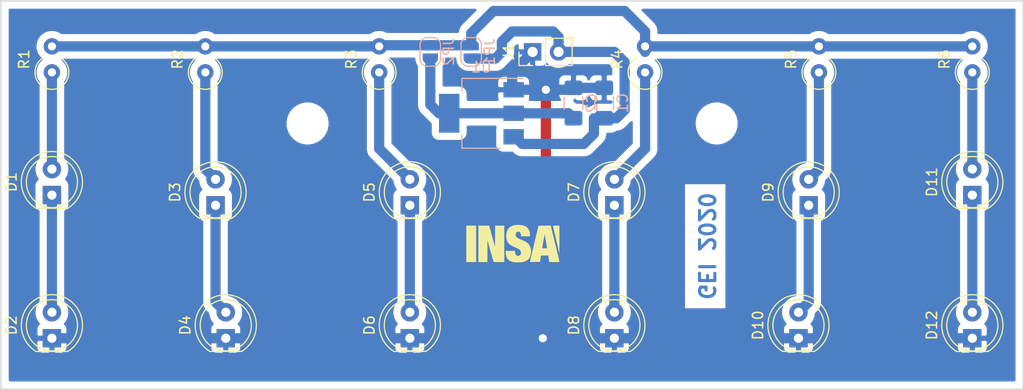
<source format=kicad_pcb>
(kicad_pcb (version 20171130) (host pcbnew 5.1.5-52549c5~84~ubuntu18.04.1)

  (general
    (thickness 1.6)
    (drawings 7)
    (tracks 67)
    (zones 0)
    (modules 27)
    (nets 17)
  )

  (page A4)
  (title_block
    (title Carte_LED)
    (date 2020-02-05)
    (rev 1.1)
    (company INSA-GEI)
  )

  (layers
    (0 F.Cu signal)
    (31 B.Cu signal)
    (32 B.Adhes user)
    (33 F.Adhes user)
    (34 B.Paste user)
    (35 F.Paste user)
    (36 B.SilkS user)
    (37 F.SilkS user)
    (38 B.Mask user)
    (39 F.Mask user)
    (40 Dwgs.User user)
    (41 Cmts.User user)
    (42 Eco1.User user)
    (43 Eco2.User user)
    (44 Edge.Cuts user)
    (45 Margin user)
    (46 B.CrtYd user)
    (47 F.CrtYd user)
    (48 B.Fab user hide)
    (49 F.Fab user hide)
  )

  (setup
    (last_trace_width 0.25)
    (user_trace_width 0.3)
    (user_trace_width 0.4)
    (user_trace_width 0.5)
    (user_trace_width 0.7)
    (user_trace_width 1)
    (user_trace_width 1.5)
    (trace_clearance 0.2)
    (zone_clearance 1)
    (zone_45_only yes)
    (trace_min 0.2)
    (via_size 0.8)
    (via_drill 0.4)
    (via_min_size 0.4)
    (via_min_drill 0.3)
    (user_via 1.5 0.7)
    (user_via 1.6 0.8)
    (uvia_size 0.3)
    (uvia_drill 0.1)
    (uvias_allowed no)
    (uvia_min_size 0.2)
    (uvia_min_drill 0.1)
    (edge_width 0.05)
    (segment_width 0.2)
    (pcb_text_width 0.3)
    (pcb_text_size 1.5 1.5)
    (mod_edge_width 0.12)
    (mod_text_size 1 1)
    (mod_text_width 0.15)
    (pad_size 2.7 2.7)
    (pad_drill 2.7)
    (pad_to_mask_clearance 0.051)
    (solder_mask_min_width 0.25)
    (aux_axis_origin 0 0)
    (visible_elements FFFFFF7F)
    (pcbplotparams
      (layerselection 0x01010_7ffffffe)
      (usegerberextensions false)
      (usegerberattributes false)
      (usegerberadvancedattributes false)
      (creategerberjobfile false)
      (excludeedgelayer false)
      (linewidth 0.100000)
      (plotframeref true)
      (viasonmask false)
      (mode 1)
      (useauxorigin false)
      (hpglpennumber 1)
      (hpglpenspeed 20)
      (hpglpendiameter 15.000000)
      (psnegative false)
      (psa4output false)
      (plotreference true)
      (plotvalue true)
      (plotinvisibletext false)
      (padsonsilk false)
      (subtractmaskfromsilk false)
      (outputformat 4)
      (mirror true)
      (drillshape 2)
      (scaleselection 1)
      (outputdirectory "PDF/"))
  )

  (net 0 "")
  (net 1 "Net-(D1-Pad1)")
  (net 2 "Net-(D3-Pad1)")
  (net 3 "Net-(D5-Pad1)")
  (net 4 "Net-(D7-Pad1)")
  (net 5 GND)
  (net 6 +BATT)
  (net 7 "Net-(D1-Pad2)")
  (net 8 "Net-(C2-Pad1)")
  (net 9 "Net-(D3-Pad2)")
  (net 10 "Net-(D5-Pad2)")
  (net 11 "Net-(D7-Pad2)")
  (net 12 "Net-(D9-Pad2)")
  (net 13 "Net-(D10-Pad2)")
  (net 14 "Net-(D11-Pad2)")
  (net 15 "Net-(D11-Pad1)")
  (net 16 +5V)

  (net_class Default "This is the default net class."
    (clearance 0.2)
    (trace_width 0.25)
    (via_dia 0.8)
    (via_drill 0.4)
    (uvia_dia 0.3)
    (uvia_drill 0.1)
    (add_net +5V)
    (add_net +BATT)
    (add_net GND)
    (add_net "Net-(C2-Pad1)")
    (add_net "Net-(D1-Pad1)")
    (add_net "Net-(D1-Pad2)")
    (add_net "Net-(D10-Pad2)")
    (add_net "Net-(D11-Pad1)")
    (add_net "Net-(D11-Pad2)")
    (add_net "Net-(D3-Pad1)")
    (add_net "Net-(D3-Pad2)")
    (add_net "Net-(D5-Pad1)")
    (add_net "Net-(D5-Pad2)")
    (add_net "Net-(D7-Pad1)")
    (add_net "Net-(D7-Pad2)")
    (add_net "Net-(D9-Pad2)")
  )

  (module Connector_PinHeader_2.54mm:PinHeader_1x02_P2.54mm_Vertical (layer F.Cu) (tedit 59FED5CC) (tstamp 5DB1B634)
    (at 127 55 90)
    (descr "Through hole straight pin header, 1x02, 2.54mm pitch, single row")
    (tags "Through hole pin header THT 1x02 2.54mm single row")
    (path /5DB286DE)
    (fp_text reference J1 (at 0 -2.33 90) (layer F.SilkS)
      (effects (font (size 1 1) (thickness 0.15)))
    )
    (fp_text value Conn_01x02 (at 0 4.87 90) (layer F.Fab) hide
      (effects (font (size 1 1) (thickness 0.15)))
    )
    (fp_line (start -0.635 -1.27) (end 1.27 -1.27) (layer F.Fab) (width 0.1))
    (fp_line (start 1.27 -1.27) (end 1.27 3.81) (layer F.Fab) (width 0.1))
    (fp_line (start 1.27 3.81) (end -1.27 3.81) (layer F.Fab) (width 0.1))
    (fp_line (start -1.27 3.81) (end -1.27 -0.635) (layer F.Fab) (width 0.1))
    (fp_line (start -1.27 -0.635) (end -0.635 -1.27) (layer F.Fab) (width 0.1))
    (fp_line (start -1.33 3.87) (end 1.33 3.87) (layer F.SilkS) (width 0.12))
    (fp_line (start -1.33 1.27) (end -1.33 3.87) (layer F.SilkS) (width 0.12))
    (fp_line (start 1.33 1.27) (end 1.33 3.87) (layer F.SilkS) (width 0.12))
    (fp_line (start -1.33 1.27) (end 1.33 1.27) (layer F.SilkS) (width 0.12))
    (fp_line (start -1.33 0) (end -1.33 -1.33) (layer F.SilkS) (width 0.12))
    (fp_line (start -1.33 -1.33) (end 0 -1.33) (layer F.SilkS) (width 0.12))
    (fp_line (start -1.8 -1.8) (end -1.8 4.35) (layer F.CrtYd) (width 0.05))
    (fp_line (start -1.8 4.35) (end 1.8 4.35) (layer F.CrtYd) (width 0.05))
    (fp_line (start 1.8 4.35) (end 1.8 -1.8) (layer F.CrtYd) (width 0.05))
    (fp_line (start 1.8 -1.8) (end -1.8 -1.8) (layer F.CrtYd) (width 0.05))
    (fp_text user %R (at 0 1.27) (layer F.Fab) hide
      (effects (font (size 1 1) (thickness 0.15)))
    )
    (pad 1 thru_hole rect (at 0 0 90) (size 1.7 1.7) (drill 1) (layers *.Cu *.Mask)
      (net 5 GND))
    (pad 2 thru_hole oval (at 0 2.54 90) (size 1.7 1.7) (drill 1) (layers *.Cu *.Mask)
      (net 6 +BATT))
    (model ${KISYS3DMOD}/Connector_PinHeader_2.54mm.3dshapes/PinHeader_1x02_P2.54mm_Vertical.wrl
      (at (xyz 0 0 0))
      (scale (xyz 1 1 1))
      (rotate (xyz 0 0 0))
    )
  )

  (module MountingHole:MountingHole_2.7mm_M2.5 (layer F.Cu) (tedit 5E2F0773) (tstamp 5DB1BB49)
    (at 105 62)
    (descr "Mounting Hole 2.7mm, no annular, M2.5")
    (tags "mounting hole 2.7mm no annular m2.5")
    (path /5DB43E65)
    (attr virtual)
    (fp_text reference H1 (at 0 -3.7) (layer F.SilkS) hide
      (effects (font (size 1 1) (thickness 0.15)))
    )
    (fp_text value MountingHole (at 0 3.7) (layer F.Fab)
      (effects (font (size 1 1) (thickness 0.15)))
    )
    (fp_text user %R (at 0.3 0) (layer F.Fab)
      (effects (font (size 1 1) (thickness 0.15)))
    )
    (fp_circle (center 0 0) (end 2.7 0) (layer Cmts.User) (width 0.15))
    (fp_circle (center 0 0) (end 2.95 0) (layer F.CrtYd) (width 0.05))
    (pad "" np_thru_hole circle (at 0 0) (size 2.7 2.7) (drill 2.7) (layers *.Cu *.Mask))
  )

  (module MountingHole:MountingHole_2.7mm_M2.5 (layer F.Cu) (tedit 56D1B4CB) (tstamp 5DB1BB51)
    (at 145 62)
    (descr "Mounting Hole 2.7mm, no annular, M2.5")
    (tags "mounting hole 2.7mm no annular m2.5")
    (path /5DB44B5D)
    (attr virtual)
    (fp_text reference H2 (at 0 -3.7) (layer F.SilkS) hide
      (effects (font (size 1 1) (thickness 0.15)))
    )
    (fp_text value MountingHole (at 0 3.7) (layer F.Fab)
      (effects (font (size 1 1) (thickness 0.15)))
    )
    (fp_circle (center 0 0) (end 2.95 0) (layer F.CrtYd) (width 0.05))
    (fp_circle (center 0 0) (end 2.7 0) (layer Cmts.User) (width 0.15))
    (fp_text user %R (at 0.3 0) (layer F.Fab)
      (effects (font (size 1 1) (thickness 0.15)))
    )
    (pad 1 np_thru_hole circle (at 0 0) (size 2.7 2.7) (drill 2.7) (layers *.Cu *.Mask))
  )

  (module Jumper:SolderJumper-2_P1.3mm_Open_RoundedPad1.0x1.5mm (layer B.Cu) (tedit 5B391E66) (tstamp 5E2F04C0)
    (at 121 55 90)
    (descr "SMD Solder Jumper, 1x1.5mm, rounded Pads, 0.3mm gap, open")
    (tags "solder jumper open")
    (path /5E2F1F3A)
    (attr virtual)
    (fp_text reference JP1 (at 0 1.8 90) (layer B.SilkS)
      (effects (font (size 1 1) (thickness 0.15)) (justify mirror))
    )
    (fp_text value SolderJumper_2_Open (at 0 -1.9 90) (layer B.Fab)
      (effects (font (size 1 1) (thickness 0.15)) (justify mirror))
    )
    (fp_arc (start 0.7 0.3) (end 1.4 0.3) (angle 90) (layer B.SilkS) (width 0.12))
    (fp_arc (start 0.7 -0.3) (end 0.7 -1) (angle 90) (layer B.SilkS) (width 0.12))
    (fp_arc (start -0.7 -0.3) (end -1.4 -0.3) (angle 90) (layer B.SilkS) (width 0.12))
    (fp_arc (start -0.7 0.3) (end -0.7 1) (angle 90) (layer B.SilkS) (width 0.12))
    (fp_line (start -1.4 -0.3) (end -1.4 0.3) (layer B.SilkS) (width 0.12))
    (fp_line (start 0.7 -1) (end -0.7 -1) (layer B.SilkS) (width 0.12))
    (fp_line (start 1.4 0.3) (end 1.4 -0.3) (layer B.SilkS) (width 0.12))
    (fp_line (start -0.7 1) (end 0.7 1) (layer B.SilkS) (width 0.12))
    (fp_line (start -1.65 1.25) (end 1.65 1.25) (layer B.CrtYd) (width 0.05))
    (fp_line (start -1.65 1.25) (end -1.65 -1.25) (layer B.CrtYd) (width 0.05))
    (fp_line (start 1.65 -1.25) (end 1.65 1.25) (layer B.CrtYd) (width 0.05))
    (fp_line (start 1.65 -1.25) (end -1.65 -1.25) (layer B.CrtYd) (width 0.05))
    (pad 1 smd custom (at -0.65 0 90) (size 1 0.5) (layers B.Cu B.Mask)
      (net 6 +BATT) (zone_connect 2)
      (options (clearance outline) (anchor rect))
      (primitives
        (gr_circle (center 0 -0.25) (end 0.5 -0.25) (width 0))
        (gr_circle (center 0 0.25) (end 0.5 0.25) (width 0))
        (gr_poly (pts
           (xy 0 0.75) (xy 0.5 0.75) (xy 0.5 -0.75) (xy 0 -0.75)) (width 0))
      ))
    (pad 2 smd custom (at 0.65 0 90) (size 1 0.5) (layers B.Cu B.Mask)
      (net 16 +5V) (zone_connect 2)
      (options (clearance outline) (anchor rect))
      (primitives
        (gr_circle (center 0 -0.25) (end 0.5 -0.25) (width 0))
        (gr_circle (center 0 0.25) (end 0.5 0.25) (width 0))
        (gr_poly (pts
           (xy 0 0.75) (xy -0.5 0.75) (xy -0.5 -0.75) (xy 0 -0.75)) (width 0))
      ))
  )

  (module Jumper:SolderJumper-2_P1.3mm_Open_RoundedPad1.0x1.5mm (layer B.Cu) (tedit 5B391E66) (tstamp 5E2F04D2)
    (at 117 55 90)
    (descr "SMD Solder Jumper, 1x1.5mm, rounded Pads, 0.3mm gap, open")
    (tags "solder jumper open")
    (path /5E2F3C63)
    (attr virtual)
    (fp_text reference JP2 (at 0 1.8 90) (layer B.SilkS)
      (effects (font (size 1 1) (thickness 0.15)) (justify mirror))
    )
    (fp_text value SolderJumper_2_Open (at 0 -1.9 90) (layer B.Fab)
      (effects (font (size 1 1) (thickness 0.15)) (justify mirror))
    )
    (fp_line (start 1.65 -1.25) (end -1.65 -1.25) (layer B.CrtYd) (width 0.05))
    (fp_line (start 1.65 -1.25) (end 1.65 1.25) (layer B.CrtYd) (width 0.05))
    (fp_line (start -1.65 1.25) (end -1.65 -1.25) (layer B.CrtYd) (width 0.05))
    (fp_line (start -1.65 1.25) (end 1.65 1.25) (layer B.CrtYd) (width 0.05))
    (fp_line (start -0.7 1) (end 0.7 1) (layer B.SilkS) (width 0.12))
    (fp_line (start 1.4 0.3) (end 1.4 -0.3) (layer B.SilkS) (width 0.12))
    (fp_line (start 0.7 -1) (end -0.7 -1) (layer B.SilkS) (width 0.12))
    (fp_line (start -1.4 -0.3) (end -1.4 0.3) (layer B.SilkS) (width 0.12))
    (fp_arc (start -0.7 0.3) (end -0.7 1) (angle 90) (layer B.SilkS) (width 0.12))
    (fp_arc (start -0.7 -0.3) (end -1.4 -0.3) (angle 90) (layer B.SilkS) (width 0.12))
    (fp_arc (start 0.7 -0.3) (end 0.7 -1) (angle 90) (layer B.SilkS) (width 0.12))
    (fp_arc (start 0.7 0.3) (end 1.4 0.3) (angle 90) (layer B.SilkS) (width 0.12))
    (pad 2 smd custom (at 0.65 0 90) (size 1 0.5) (layers B.Cu B.Mask)
      (net 16 +5V) (zone_connect 2)
      (options (clearance outline) (anchor rect))
      (primitives
        (gr_circle (center 0 -0.25) (end 0.5 -0.25) (width 0))
        (gr_circle (center 0 0.25) (end 0.5 0.25) (width 0))
        (gr_poly (pts
           (xy 0 0.75) (xy -0.5 0.75) (xy -0.5 -0.75) (xy 0 -0.75)) (width 0))
      ))
    (pad 1 smd custom (at -0.65 0 90) (size 1 0.5) (layers B.Cu B.Mask)
      (net 8 "Net-(C2-Pad1)") (zone_connect 2)
      (options (clearance outline) (anchor rect))
      (primitives
        (gr_circle (center 0 -0.25) (end 0.5 -0.25) (width 0))
        (gr_circle (center 0 0.25) (end 0.5 0.25) (width 0))
        (gr_poly (pts
           (xy 0 0.75) (xy 0.5 0.75) (xy 0.5 -0.75) (xy 0 -0.75)) (width 0))
      ))
  )

  (module Resistor_THT:R_Axial_DIN0309_L9.0mm_D3.2mm_P2.54mm_Vertical (layer F.Cu) (tedit 5AE5139B) (tstamp 5E2F075E)
    (at 80 57 90)
    (descr "Resistor, Axial_DIN0309 series, Axial, Vertical, pin pitch=2.54mm, 0.5W = 1/2W, length*diameter=9*3.2mm^2, http://cdn-reichelt.de/documents/datenblatt/B400/1_4W%23YAG.pdf")
    (tags "Resistor Axial_DIN0309 series Axial Vertical pin pitch 2.54mm 0.5W = 1/2W length 9mm diameter 3.2mm")
    (path /5DB3D9FC)
    (fp_text reference R1 (at 1.27 -2.72 90) (layer F.SilkS)
      (effects (font (size 1 1) (thickness 0.15)))
    )
    (fp_text value 0R (at 1.27 2.72 90) (layer F.Fab)
      (effects (font (size 1 1) (thickness 0.15)))
    )
    (fp_arc (start 0 0) (end 1.453272 -0.8) (angle -295.326041) (layer F.SilkS) (width 0.12))
    (fp_circle (center 0 0) (end 1.6 0) (layer F.Fab) (width 0.1))
    (fp_line (start 0 0) (end 2.54 0) (layer F.Fab) (width 0.1))
    (fp_line (start -1.85 -1.85) (end -1.85 1.85) (layer F.CrtYd) (width 0.05))
    (fp_line (start -1.85 1.85) (end 3.59 1.85) (layer F.CrtYd) (width 0.05))
    (fp_line (start 3.59 1.85) (end 3.59 -1.85) (layer F.CrtYd) (width 0.05))
    (fp_line (start 3.59 -1.85) (end -1.85 -1.85) (layer F.CrtYd) (width 0.05))
    (fp_text user %R (at 1.27 -2.72 90) (layer F.Fab)
      (effects (font (size 1 1) (thickness 0.15)))
    )
    (pad 1 thru_hole circle (at 0 0 90) (size 1.6 1.6) (drill 0.8) (layers *.Cu *.Mask)
      (net 7 "Net-(D1-Pad2)"))
    (pad 2 thru_hole oval (at 2.54 0 90) (size 1.6 1.6) (drill 0.8) (layers *.Cu *.Mask)
      (net 16 +5V))
    (model ${KISYS3DMOD}/Resistor_THT.3dshapes/R_Axial_DIN0309_L9.0mm_D3.2mm_P2.54mm_Vertical.wrl
      (at (xyz 0 0 0))
      (scale (xyz 1 1 1))
      (rotate (xyz 0 0 0))
    )
  )

  (module Capacitor_SMD:C_1206_3216Metric_Pad1.42x1.75mm_HandSolder (layer B.Cu) (tedit 5B301BBE) (tstamp 5E2F0BF3)
    (at 134 60 90)
    (descr "Capacitor SMD 1206 (3216 Metric), square (rectangular) end terminal, IPC_7351 nominal with elongated pad for handsoldering. (Body size source: http://www.tortai-tech.com/upload/download/2011102023233369053.pdf), generated with kicad-footprint-generator")
    (tags "capacitor handsolder")
    (path /5E2F92A1)
    (attr smd)
    (fp_text reference C1 (at 0 1.82 90) (layer B.SilkS)
      (effects (font (size 1 1) (thickness 0.15)) (justify mirror))
    )
    (fp_text value 4.7µF (at 0 -1.82 90) (layer B.Fab)
      (effects (font (size 1 1) (thickness 0.15)) (justify mirror))
    )
    (fp_text user %R (at 0 0 90) (layer B.Fab)
      (effects (font (size 0.8 0.8) (thickness 0.12)) (justify mirror))
    )
    (fp_line (start 2.45 -1.12) (end -2.45 -1.12) (layer B.CrtYd) (width 0.05))
    (fp_line (start 2.45 1.12) (end 2.45 -1.12) (layer B.CrtYd) (width 0.05))
    (fp_line (start -2.45 1.12) (end 2.45 1.12) (layer B.CrtYd) (width 0.05))
    (fp_line (start -2.45 -1.12) (end -2.45 1.12) (layer B.CrtYd) (width 0.05))
    (fp_line (start -0.602064 -0.91) (end 0.602064 -0.91) (layer B.SilkS) (width 0.12))
    (fp_line (start -0.602064 0.91) (end 0.602064 0.91) (layer B.SilkS) (width 0.12))
    (fp_line (start 1.6 -0.8) (end -1.6 -0.8) (layer B.Fab) (width 0.1))
    (fp_line (start 1.6 0.8) (end 1.6 -0.8) (layer B.Fab) (width 0.1))
    (fp_line (start -1.6 0.8) (end 1.6 0.8) (layer B.Fab) (width 0.1))
    (fp_line (start -1.6 -0.8) (end -1.6 0.8) (layer B.Fab) (width 0.1))
    (pad 2 smd roundrect (at 1.4875 0 90) (size 1.425 1.75) (layers B.Cu B.Paste B.Mask) (roundrect_rratio 0.175439)
      (net 5 GND))
    (pad 1 smd roundrect (at -1.4875 0 90) (size 1.425 1.75) (layers B.Cu B.Paste B.Mask) (roundrect_rratio 0.175439)
      (net 6 +BATT))
    (model ${KISYS3DMOD}/Capacitor_SMD.3dshapes/C_1206_3216Metric.wrl
      (at (xyz 0 0 0))
      (scale (xyz 1 1 1))
      (rotate (xyz 0 0 0))
    )
  )

  (module Capacitor_SMD:C_1206_3216Metric_Pad1.42x1.75mm_HandSolder (layer B.Cu) (tedit 5B301BBE) (tstamp 5E2F0C04)
    (at 131 60 90)
    (descr "Capacitor SMD 1206 (3216 Metric), square (rectangular) end terminal, IPC_7351 nominal with elongated pad for handsoldering. (Body size source: http://www.tortai-tech.com/upload/download/2011102023233369053.pdf), generated with kicad-footprint-generator")
    (tags "capacitor handsolder")
    (path /5E2F9B24)
    (attr smd)
    (fp_text reference C2 (at 0 1.82 90) (layer B.SilkS)
      (effects (font (size 1 1) (thickness 0.15)) (justify mirror))
    )
    (fp_text value 4.7µF (at 0 -1.82 90) (layer B.Fab)
      (effects (font (size 1 1) (thickness 0.15)) (justify mirror))
    )
    (fp_line (start -1.6 -0.8) (end -1.6 0.8) (layer B.Fab) (width 0.1))
    (fp_line (start -1.6 0.8) (end 1.6 0.8) (layer B.Fab) (width 0.1))
    (fp_line (start 1.6 0.8) (end 1.6 -0.8) (layer B.Fab) (width 0.1))
    (fp_line (start 1.6 -0.8) (end -1.6 -0.8) (layer B.Fab) (width 0.1))
    (fp_line (start -0.602064 0.91) (end 0.602064 0.91) (layer B.SilkS) (width 0.12))
    (fp_line (start -0.602064 -0.91) (end 0.602064 -0.91) (layer B.SilkS) (width 0.12))
    (fp_line (start -2.45 -1.12) (end -2.45 1.12) (layer B.CrtYd) (width 0.05))
    (fp_line (start -2.45 1.12) (end 2.45 1.12) (layer B.CrtYd) (width 0.05))
    (fp_line (start 2.45 1.12) (end 2.45 -1.12) (layer B.CrtYd) (width 0.05))
    (fp_line (start 2.45 -1.12) (end -2.45 -1.12) (layer B.CrtYd) (width 0.05))
    (fp_text user %R (at 0 0 90) (layer B.Fab)
      (effects (font (size 0.8 0.8) (thickness 0.12)) (justify mirror))
    )
    (pad 1 smd roundrect (at -1.4875 0 90) (size 1.425 1.75) (layers B.Cu B.Paste B.Mask) (roundrect_rratio 0.175439)
      (net 8 "Net-(C2-Pad1)"))
    (pad 2 smd roundrect (at 1.4875 0 90) (size 1.425 1.75) (layers B.Cu B.Paste B.Mask) (roundrect_rratio 0.175439)
      (net 5 GND))
    (model ${KISYS3DMOD}/Capacitor_SMD.3dshapes/C_1206_3216Metric.wrl
      (at (xyz 0 0 0))
      (scale (xyz 1 1 1))
      (rotate (xyz 0 0 0))
    )
  )

  (module LED_THT:LED_D5.0mm_Clear (layer F.Cu) (tedit 5A6C9BC0) (tstamp 5E2F0C16)
    (at 80 69 90)
    (descr "LED, diameter 5.0mm, 2 pins, http://cdn-reichelt.de/documents/datenblatt/A500/LL-504BC2E-009.pdf")
    (tags "LED diameter 5.0mm 2 pins")
    (path /5E3074BF)
    (fp_text reference D1 (at 1.27 -3.96 90) (layer F.SilkS)
      (effects (font (size 1 1) (thickness 0.15)))
    )
    (fp_text value VLCS5830 (at 1.5 3.96 90) (layer F.Fab)
      (effects (font (size 1 1) (thickness 0.15)))
    )
    (fp_arc (start 1.27 0) (end -1.29 1.54483) (angle -148.9) (layer F.SilkS) (width 0.12))
    (fp_arc (start 1.27 0) (end -1.29 -1.54483) (angle 148.9) (layer F.SilkS) (width 0.12))
    (fp_arc (start 1.27 0) (end -1.23 -1.469694) (angle 299.1) (layer F.Fab) (width 0.1))
    (fp_circle (center 1.27 0) (end 3.77 0) (layer F.SilkS) (width 0.12))
    (fp_circle (center 1.27 0) (end 3.77 0) (layer F.Fab) (width 0.1))
    (fp_line (start 4.5 -3.25) (end -1.95 -3.25) (layer F.CrtYd) (width 0.05))
    (fp_line (start 4.5 3.25) (end 4.5 -3.25) (layer F.CrtYd) (width 0.05))
    (fp_line (start -1.95 3.25) (end 4.5 3.25) (layer F.CrtYd) (width 0.05))
    (fp_line (start -1.95 -3.25) (end -1.95 3.25) (layer F.CrtYd) (width 0.05))
    (fp_line (start -1.29 -1.545) (end -1.29 1.545) (layer F.SilkS) (width 0.12))
    (fp_line (start -1.23 -1.469694) (end -1.23 1.469694) (layer F.Fab) (width 0.1))
    (fp_text user %R (at 1.25 0 90) (layer F.Fab)
      (effects (font (size 0.8 0.8) (thickness 0.2)))
    )
    (pad 2 thru_hole circle (at 2.54 0 90) (size 1.8 1.8) (drill 0.9) (layers *.Cu *.Mask)
      (net 7 "Net-(D1-Pad2)"))
    (pad 1 thru_hole rect (at 0 0 90) (size 1.8 1.8) (drill 0.9) (layers *.Cu *.Mask)
      (net 1 "Net-(D1-Pad1)"))
    (model ${KISYS3DMOD}/LED_THT.3dshapes/LED_D5.0mm_Clear.wrl
      (at (xyz 0 0 0))
      (scale (xyz 1 1 1))
      (rotate (xyz 0 0 0))
    )
  )

  (module LED_THT:LED_D5.0mm_Clear (layer F.Cu) (tedit 5A6C9BC0) (tstamp 5E2F0C28)
    (at 80 83 90)
    (descr "LED, diameter 5.0mm, 2 pins, http://cdn-reichelt.de/documents/datenblatt/A500/LL-504BC2E-009.pdf")
    (tags "LED diameter 5.0mm 2 pins")
    (path /5E307AE6)
    (fp_text reference D2 (at 1.27 -3.96 90) (layer F.SilkS)
      (effects (font (size 1 1) (thickness 0.15)))
    )
    (fp_text value VLCS5830 (at 1.27 3.96 90) (layer F.Fab)
      (effects (font (size 1 1) (thickness 0.15)))
    )
    (fp_text user %R (at 1.25 0 90) (layer F.Fab)
      (effects (font (size 0.8 0.8) (thickness 0.2)))
    )
    (fp_line (start -1.23 -1.469694) (end -1.23 1.469694) (layer F.Fab) (width 0.1))
    (fp_line (start -1.29 -1.545) (end -1.29 1.545) (layer F.SilkS) (width 0.12))
    (fp_line (start -1.95 -3.25) (end -1.95 3.25) (layer F.CrtYd) (width 0.05))
    (fp_line (start -1.95 3.25) (end 4.5 3.25) (layer F.CrtYd) (width 0.05))
    (fp_line (start 4.5 3.25) (end 4.5 -3.25) (layer F.CrtYd) (width 0.05))
    (fp_line (start 4.5 -3.25) (end -1.95 -3.25) (layer F.CrtYd) (width 0.05))
    (fp_circle (center 1.27 0) (end 3.77 0) (layer F.Fab) (width 0.1))
    (fp_circle (center 1.27 0) (end 3.77 0) (layer F.SilkS) (width 0.12))
    (fp_arc (start 1.27 0) (end -1.23 -1.469694) (angle 299.1) (layer F.Fab) (width 0.1))
    (fp_arc (start 1.27 0) (end -1.29 -1.54483) (angle 148.9) (layer F.SilkS) (width 0.12))
    (fp_arc (start 1.27 0) (end -1.29 1.54483) (angle -148.9) (layer F.SilkS) (width 0.12))
    (pad 1 thru_hole rect (at 0 0 90) (size 1.8 1.8) (drill 0.9) (layers *.Cu *.Mask)
      (net 5 GND))
    (pad 2 thru_hole circle (at 2.54 0 90) (size 1.8 1.8) (drill 0.9) (layers *.Cu *.Mask)
      (net 1 "Net-(D1-Pad1)"))
    (model ${KISYS3DMOD}/LED_THT.3dshapes/LED_D5.0mm_Clear.wrl
      (at (xyz 0 0 0))
      (scale (xyz 1 1 1))
      (rotate (xyz 0 0 0))
    )
  )

  (module LED_THT:LED_D5.0mm_Clear (layer F.Cu) (tedit 5A6C9BC0) (tstamp 5E2F0C3A)
    (at 96 70 90)
    (descr "LED, diameter 5.0mm, 2 pins, http://cdn-reichelt.de/documents/datenblatt/A500/LL-504BC2E-009.pdf")
    (tags "LED diameter 5.0mm 2 pins")
    (path /5E3095DE)
    (fp_text reference D3 (at 1.27 -3.96 90) (layer F.SilkS)
      (effects (font (size 1 1) (thickness 0.15)))
    )
    (fp_text value VLCS5830 (at 1.27 3.96 90) (layer F.Fab)
      (effects (font (size 1 1) (thickness 0.15)))
    )
    (fp_arc (start 1.27 0) (end -1.29 1.54483) (angle -148.9) (layer F.SilkS) (width 0.12))
    (fp_arc (start 1.27 0) (end -1.29 -1.54483) (angle 148.9) (layer F.SilkS) (width 0.12))
    (fp_arc (start 1.27 0) (end -1.23 -1.469694) (angle 299.1) (layer F.Fab) (width 0.1))
    (fp_circle (center 1.27 0) (end 3.77 0) (layer F.SilkS) (width 0.12))
    (fp_circle (center 1.27 0) (end 3.77 0) (layer F.Fab) (width 0.1))
    (fp_line (start 4.5 -3.25) (end -1.95 -3.25) (layer F.CrtYd) (width 0.05))
    (fp_line (start 4.5 3.25) (end 4.5 -3.25) (layer F.CrtYd) (width 0.05))
    (fp_line (start -1.95 3.25) (end 4.5 3.25) (layer F.CrtYd) (width 0.05))
    (fp_line (start -1.95 -3.25) (end -1.95 3.25) (layer F.CrtYd) (width 0.05))
    (fp_line (start -1.29 -1.545) (end -1.29 1.545) (layer F.SilkS) (width 0.12))
    (fp_line (start -1.23 -1.469694) (end -1.23 1.469694) (layer F.Fab) (width 0.1))
    (fp_text user %R (at 1.25 0 90) (layer F.Fab)
      (effects (font (size 0.8 0.8) (thickness 0.2)))
    )
    (pad 2 thru_hole circle (at 2.54 0 90) (size 1.8 1.8) (drill 0.9) (layers *.Cu *.Mask)
      (net 9 "Net-(D3-Pad2)"))
    (pad 1 thru_hole rect (at 0 0 90) (size 1.8 1.8) (drill 0.9) (layers *.Cu *.Mask)
      (net 2 "Net-(D3-Pad1)"))
    (model ${KISYS3DMOD}/LED_THT.3dshapes/LED_D5.0mm_Clear.wrl
      (at (xyz 0 0 0))
      (scale (xyz 1 1 1))
      (rotate (xyz 0 0 0))
    )
  )

  (module LED_THT:LED_D5.0mm_Clear (layer F.Cu) (tedit 5A6C9BC0) (tstamp 5E2F0C4C)
    (at 97 83 90)
    (descr "LED, diameter 5.0mm, 2 pins, http://cdn-reichelt.de/documents/datenblatt/A500/LL-504BC2E-009.pdf")
    (tags "LED diameter 5.0mm 2 pins")
    (path /5E3095E4)
    (fp_text reference D4 (at 1.27 -3.96 90) (layer F.SilkS)
      (effects (font (size 1 1) (thickness 0.15)))
    )
    (fp_text value VLCS5830 (at 1.27 3.96 90) (layer F.Fab)
      (effects (font (size 1 1) (thickness 0.15)))
    )
    (fp_text user %R (at 1.25 0 90) (layer F.Fab)
      (effects (font (size 0.8 0.8) (thickness 0.2)))
    )
    (fp_line (start -1.23 -1.469694) (end -1.23 1.469694) (layer F.Fab) (width 0.1))
    (fp_line (start -1.29 -1.545) (end -1.29 1.545) (layer F.SilkS) (width 0.12))
    (fp_line (start -1.95 -3.25) (end -1.95 3.25) (layer F.CrtYd) (width 0.05))
    (fp_line (start -1.95 3.25) (end 4.5 3.25) (layer F.CrtYd) (width 0.05))
    (fp_line (start 4.5 3.25) (end 4.5 -3.25) (layer F.CrtYd) (width 0.05))
    (fp_line (start 4.5 -3.25) (end -1.95 -3.25) (layer F.CrtYd) (width 0.05))
    (fp_circle (center 1.27 0) (end 3.77 0) (layer F.Fab) (width 0.1))
    (fp_circle (center 1.27 0) (end 3.77 0) (layer F.SilkS) (width 0.12))
    (fp_arc (start 1.27 0) (end -1.23 -1.469694) (angle 299.1) (layer F.Fab) (width 0.1))
    (fp_arc (start 1.27 0) (end -1.29 -1.54483) (angle 148.9) (layer F.SilkS) (width 0.12))
    (fp_arc (start 1.27 0) (end -1.29 1.54483) (angle -148.9) (layer F.SilkS) (width 0.12))
    (pad 1 thru_hole rect (at 0 0 90) (size 1.8 1.8) (drill 0.9) (layers *.Cu *.Mask)
      (net 5 GND))
    (pad 2 thru_hole circle (at 2.54 0 90) (size 1.8 1.8) (drill 0.9) (layers *.Cu *.Mask)
      (net 2 "Net-(D3-Pad1)"))
    (model ${KISYS3DMOD}/LED_THT.3dshapes/LED_D5.0mm_Clear.wrl
      (at (xyz 0 0 0))
      (scale (xyz 1 1 1))
      (rotate (xyz 0 0 0))
    )
  )

  (module LED_THT:LED_D5.0mm_Clear (layer F.Cu) (tedit 5A6C9BC0) (tstamp 5E2F0C5E)
    (at 115 70 90)
    (descr "LED, diameter 5.0mm, 2 pins, http://cdn-reichelt.de/documents/datenblatt/A500/LL-504BC2E-009.pdf")
    (tags "LED diameter 5.0mm 2 pins")
    (path /5E30A39D)
    (fp_text reference D5 (at 1.27 -3.96 90) (layer F.SilkS)
      (effects (font (size 1 1) (thickness 0.15)))
    )
    (fp_text value VLCS5830 (at 1.27 3.96 90) (layer F.Fab)
      (effects (font (size 1 1) (thickness 0.15)))
    )
    (fp_arc (start 1.27 0) (end -1.29 1.54483) (angle -148.9) (layer F.SilkS) (width 0.12))
    (fp_arc (start 1.27 0) (end -1.29 -1.54483) (angle 148.9) (layer F.SilkS) (width 0.12))
    (fp_arc (start 1.27 0) (end -1.23 -1.469694) (angle 299.1) (layer F.Fab) (width 0.1))
    (fp_circle (center 1.27 0) (end 3.77 0) (layer F.SilkS) (width 0.12))
    (fp_circle (center 1.27 0) (end 3.77 0) (layer F.Fab) (width 0.1))
    (fp_line (start 4.5 -3.25) (end -1.95 -3.25) (layer F.CrtYd) (width 0.05))
    (fp_line (start 4.5 3.25) (end 4.5 -3.25) (layer F.CrtYd) (width 0.05))
    (fp_line (start -1.95 3.25) (end 4.5 3.25) (layer F.CrtYd) (width 0.05))
    (fp_line (start -1.95 -3.25) (end -1.95 3.25) (layer F.CrtYd) (width 0.05))
    (fp_line (start -1.29 -1.545) (end -1.29 1.545) (layer F.SilkS) (width 0.12))
    (fp_line (start -1.23 -1.469694) (end -1.23 1.469694) (layer F.Fab) (width 0.1))
    (fp_text user %R (at 1.25 0 90) (layer F.Fab)
      (effects (font (size 0.8 0.8) (thickness 0.2)))
    )
    (pad 2 thru_hole circle (at 2.54 0 90) (size 1.8 1.8) (drill 0.9) (layers *.Cu *.Mask)
      (net 10 "Net-(D5-Pad2)"))
    (pad 1 thru_hole rect (at 0 0 90) (size 1.8 1.8) (drill 0.9) (layers *.Cu *.Mask)
      (net 3 "Net-(D5-Pad1)"))
    (model ${KISYS3DMOD}/LED_THT.3dshapes/LED_D5.0mm_Clear.wrl
      (at (xyz 0 0 0))
      (scale (xyz 1 1 1))
      (rotate (xyz 0 0 0))
    )
  )

  (module LED_THT:LED_D5.0mm_Clear (layer F.Cu) (tedit 5A6C9BC0) (tstamp 5E2F0C70)
    (at 115 83 90)
    (descr "LED, diameter 5.0mm, 2 pins, http://cdn-reichelt.de/documents/datenblatt/A500/LL-504BC2E-009.pdf")
    (tags "LED diameter 5.0mm 2 pins")
    (path /5E30A3A3)
    (fp_text reference D6 (at 1.27 -3.96 90) (layer F.SilkS)
      (effects (font (size 1 1) (thickness 0.15)))
    )
    (fp_text value VLCS5830 (at 1.27 3.96 90) (layer F.Fab)
      (effects (font (size 1 1) (thickness 0.15)))
    )
    (fp_text user %R (at 1.25 0 90) (layer F.Fab)
      (effects (font (size 0.8 0.8) (thickness 0.2)))
    )
    (fp_line (start -1.23 -1.469694) (end -1.23 1.469694) (layer F.Fab) (width 0.1))
    (fp_line (start -1.29 -1.545) (end -1.29 1.545) (layer F.SilkS) (width 0.12))
    (fp_line (start -1.95 -3.25) (end -1.95 3.25) (layer F.CrtYd) (width 0.05))
    (fp_line (start -1.95 3.25) (end 4.5 3.25) (layer F.CrtYd) (width 0.05))
    (fp_line (start 4.5 3.25) (end 4.5 -3.25) (layer F.CrtYd) (width 0.05))
    (fp_line (start 4.5 -3.25) (end -1.95 -3.25) (layer F.CrtYd) (width 0.05))
    (fp_circle (center 1.27 0) (end 3.77 0) (layer F.Fab) (width 0.1))
    (fp_circle (center 1.27 0) (end 3.77 0) (layer F.SilkS) (width 0.12))
    (fp_arc (start 1.27 0) (end -1.23 -1.469694) (angle 299.1) (layer F.Fab) (width 0.1))
    (fp_arc (start 1.27 0) (end -1.29 -1.54483) (angle 148.9) (layer F.SilkS) (width 0.12))
    (fp_arc (start 1.27 0) (end -1.29 1.54483) (angle -148.9) (layer F.SilkS) (width 0.12))
    (pad 1 thru_hole rect (at 0 0 90) (size 1.8 1.8) (drill 0.9) (layers *.Cu *.Mask)
      (net 5 GND))
    (pad 2 thru_hole circle (at 2.54 0 90) (size 1.8 1.8) (drill 0.9) (layers *.Cu *.Mask)
      (net 3 "Net-(D5-Pad1)"))
    (model ${KISYS3DMOD}/LED_THT.3dshapes/LED_D5.0mm_Clear.wrl
      (at (xyz 0 0 0))
      (scale (xyz 1 1 1))
      (rotate (xyz 0 0 0))
    )
  )

  (module LED_THT:LED_D5.0mm_Clear (layer F.Cu) (tedit 5A6C9BC0) (tstamp 5E2F0C82)
    (at 135 70 90)
    (descr "LED, diameter 5.0mm, 2 pins, http://cdn-reichelt.de/documents/datenblatt/A500/LL-504BC2E-009.pdf")
    (tags "LED diameter 5.0mm 2 pins")
    (path /5E30B549)
    (fp_text reference D7 (at 1.27 -3.96 90) (layer F.SilkS)
      (effects (font (size 1 1) (thickness 0.15)))
    )
    (fp_text value VLCS5830 (at 1.27 3.96 90) (layer F.Fab)
      (effects (font (size 1 1) (thickness 0.15)))
    )
    (fp_arc (start 1.27 0) (end -1.29 1.54483) (angle -148.9) (layer F.SilkS) (width 0.12))
    (fp_arc (start 1.27 0) (end -1.29 -1.54483) (angle 148.9) (layer F.SilkS) (width 0.12))
    (fp_arc (start 1.27 0) (end -1.23 -1.469694) (angle 299.1) (layer F.Fab) (width 0.1))
    (fp_circle (center 1.27 0) (end 3.77 0) (layer F.SilkS) (width 0.12))
    (fp_circle (center 1.27 0) (end 3.77 0) (layer F.Fab) (width 0.1))
    (fp_line (start 4.5 -3.25) (end -1.95 -3.25) (layer F.CrtYd) (width 0.05))
    (fp_line (start 4.5 3.25) (end 4.5 -3.25) (layer F.CrtYd) (width 0.05))
    (fp_line (start -1.95 3.25) (end 4.5 3.25) (layer F.CrtYd) (width 0.05))
    (fp_line (start -1.95 -3.25) (end -1.95 3.25) (layer F.CrtYd) (width 0.05))
    (fp_line (start -1.29 -1.545) (end -1.29 1.545) (layer F.SilkS) (width 0.12))
    (fp_line (start -1.23 -1.469694) (end -1.23 1.469694) (layer F.Fab) (width 0.1))
    (fp_text user %R (at 1.25 0 90) (layer F.Fab)
      (effects (font (size 0.8 0.8) (thickness 0.2)))
    )
    (pad 2 thru_hole circle (at 2.54 0 90) (size 1.8 1.8) (drill 0.9) (layers *.Cu *.Mask)
      (net 11 "Net-(D7-Pad2)"))
    (pad 1 thru_hole rect (at 0 0 90) (size 1.8 1.8) (drill 0.9) (layers *.Cu *.Mask)
      (net 4 "Net-(D7-Pad1)"))
    (model ${KISYS3DMOD}/LED_THT.3dshapes/LED_D5.0mm_Clear.wrl
      (at (xyz 0 0 0))
      (scale (xyz 1 1 1))
      (rotate (xyz 0 0 0))
    )
  )

  (module LED_THT:LED_D5.0mm_Clear (layer F.Cu) (tedit 5A6C9BC0) (tstamp 5E2F0C94)
    (at 135 83 90)
    (descr "LED, diameter 5.0mm, 2 pins, http://cdn-reichelt.de/documents/datenblatt/A500/LL-504BC2E-009.pdf")
    (tags "LED diameter 5.0mm 2 pins")
    (path /5E30B54F)
    (fp_text reference D8 (at 1.27 -3.96 90) (layer F.SilkS)
      (effects (font (size 1 1) (thickness 0.15)))
    )
    (fp_text value VLCS5830 (at 1.27 3.96 90) (layer F.Fab)
      (effects (font (size 1 1) (thickness 0.15)))
    )
    (fp_text user %R (at 1.25 0 90) (layer F.Fab)
      (effects (font (size 0.8 0.8) (thickness 0.2)))
    )
    (fp_line (start -1.23 -1.469694) (end -1.23 1.469694) (layer F.Fab) (width 0.1))
    (fp_line (start -1.29 -1.545) (end -1.29 1.545) (layer F.SilkS) (width 0.12))
    (fp_line (start -1.95 -3.25) (end -1.95 3.25) (layer F.CrtYd) (width 0.05))
    (fp_line (start -1.95 3.25) (end 4.5 3.25) (layer F.CrtYd) (width 0.05))
    (fp_line (start 4.5 3.25) (end 4.5 -3.25) (layer F.CrtYd) (width 0.05))
    (fp_line (start 4.5 -3.25) (end -1.95 -3.25) (layer F.CrtYd) (width 0.05))
    (fp_circle (center 1.27 0) (end 3.77 0) (layer F.Fab) (width 0.1))
    (fp_circle (center 1.27 0) (end 3.77 0) (layer F.SilkS) (width 0.12))
    (fp_arc (start 1.27 0) (end -1.23 -1.469694) (angle 299.1) (layer F.Fab) (width 0.1))
    (fp_arc (start 1.27 0) (end -1.29 -1.54483) (angle 148.9) (layer F.SilkS) (width 0.12))
    (fp_arc (start 1.27 0) (end -1.29 1.54483) (angle -148.9) (layer F.SilkS) (width 0.12))
    (pad 1 thru_hole rect (at 0 0 90) (size 1.8 1.8) (drill 0.9) (layers *.Cu *.Mask)
      (net 5 GND))
    (pad 2 thru_hole circle (at 2.54 0 90) (size 1.8 1.8) (drill 0.9) (layers *.Cu *.Mask)
      (net 4 "Net-(D7-Pad1)"))
    (model ${KISYS3DMOD}/LED_THT.3dshapes/LED_D5.0mm_Clear.wrl
      (at (xyz 0 0 0))
      (scale (xyz 1 1 1))
      (rotate (xyz 0 0 0))
    )
  )

  (module LED_THT:LED_D5.0mm_Clear (layer F.Cu) (tedit 5A6C9BC0) (tstamp 5E2F0CA6)
    (at 154 70 90)
    (descr "LED, diameter 5.0mm, 2 pins, http://cdn-reichelt.de/documents/datenblatt/A500/LL-504BC2E-009.pdf")
    (tags "LED diameter 5.0mm 2 pins")
    (path /5E30C58D)
    (fp_text reference D9 (at 1.27 -3.96 90) (layer F.SilkS)
      (effects (font (size 1 1) (thickness 0.15)))
    )
    (fp_text value VLCS5830 (at 1.27 3.96 90) (layer F.Fab)
      (effects (font (size 1 1) (thickness 0.15)))
    )
    (fp_arc (start 1.27 0) (end -1.29 1.54483) (angle -148.9) (layer F.SilkS) (width 0.12))
    (fp_arc (start 1.27 0) (end -1.29 -1.54483) (angle 148.9) (layer F.SilkS) (width 0.12))
    (fp_arc (start 1.27 0) (end -1.23 -1.469694) (angle 299.1) (layer F.Fab) (width 0.1))
    (fp_circle (center 1.27 0) (end 3.77 0) (layer F.SilkS) (width 0.12))
    (fp_circle (center 1.27 0) (end 3.77 0) (layer F.Fab) (width 0.1))
    (fp_line (start 4.5 -3.25) (end -1.95 -3.25) (layer F.CrtYd) (width 0.05))
    (fp_line (start 4.5 3.25) (end 4.5 -3.25) (layer F.CrtYd) (width 0.05))
    (fp_line (start -1.95 3.25) (end 4.5 3.25) (layer F.CrtYd) (width 0.05))
    (fp_line (start -1.95 -3.25) (end -1.95 3.25) (layer F.CrtYd) (width 0.05))
    (fp_line (start -1.29 -1.545) (end -1.29 1.545) (layer F.SilkS) (width 0.12))
    (fp_line (start -1.23 -1.469694) (end -1.23 1.469694) (layer F.Fab) (width 0.1))
    (fp_text user %R (at 1.25 0 90) (layer F.Fab)
      (effects (font (size 0.8 0.8) (thickness 0.2)))
    )
    (pad 2 thru_hole circle (at 2.54 0 90) (size 1.8 1.8) (drill 0.9) (layers *.Cu *.Mask)
      (net 12 "Net-(D9-Pad2)"))
    (pad 1 thru_hole rect (at 0 0 90) (size 1.8 1.8) (drill 0.9) (layers *.Cu *.Mask)
      (net 13 "Net-(D10-Pad2)"))
    (model ${KISYS3DMOD}/LED_THT.3dshapes/LED_D5.0mm_Clear.wrl
      (at (xyz 0 0 0))
      (scale (xyz 1 1 1))
      (rotate (xyz 0 0 0))
    )
  )

  (module LED_THT:LED_D5.0mm_Clear (layer F.Cu) (tedit 5A6C9BC0) (tstamp 5E2F0CB8)
    (at 153 83 90)
    (descr "LED, diameter 5.0mm, 2 pins, http://cdn-reichelt.de/documents/datenblatt/A500/LL-504BC2E-009.pdf")
    (tags "LED diameter 5.0mm 2 pins")
    (path /5E30C593)
    (fp_text reference D10 (at 1.27 -3.96 90) (layer F.SilkS)
      (effects (font (size 1 1) (thickness 0.15)))
    )
    (fp_text value VLCS5830 (at 1.27 3.96 90) (layer F.Fab)
      (effects (font (size 1 1) (thickness 0.15)))
    )
    (fp_text user %R (at 1.25 0 90) (layer F.Fab)
      (effects (font (size 0.8 0.8) (thickness 0.2)))
    )
    (fp_line (start -1.23 -1.469694) (end -1.23 1.469694) (layer F.Fab) (width 0.1))
    (fp_line (start -1.29 -1.545) (end -1.29 1.545) (layer F.SilkS) (width 0.12))
    (fp_line (start -1.95 -3.25) (end -1.95 3.25) (layer F.CrtYd) (width 0.05))
    (fp_line (start -1.95 3.25) (end 4.5 3.25) (layer F.CrtYd) (width 0.05))
    (fp_line (start 4.5 3.25) (end 4.5 -3.25) (layer F.CrtYd) (width 0.05))
    (fp_line (start 4.5 -3.25) (end -1.95 -3.25) (layer F.CrtYd) (width 0.05))
    (fp_circle (center 1.27 0) (end 3.77 0) (layer F.Fab) (width 0.1))
    (fp_circle (center 1.27 0) (end 3.77 0) (layer F.SilkS) (width 0.12))
    (fp_arc (start 1.27 0) (end -1.23 -1.469694) (angle 299.1) (layer F.Fab) (width 0.1))
    (fp_arc (start 1.27 0) (end -1.29 -1.54483) (angle 148.9) (layer F.SilkS) (width 0.12))
    (fp_arc (start 1.27 0) (end -1.29 1.54483) (angle -148.9) (layer F.SilkS) (width 0.12))
    (pad 1 thru_hole rect (at 0 0 90) (size 1.8 1.8) (drill 0.9) (layers *.Cu *.Mask)
      (net 5 GND))
    (pad 2 thru_hole circle (at 2.54 0 90) (size 1.8 1.8) (drill 0.9) (layers *.Cu *.Mask)
      (net 13 "Net-(D10-Pad2)"))
    (model ${KISYS3DMOD}/LED_THT.3dshapes/LED_D5.0mm_Clear.wrl
      (at (xyz 0 0 0))
      (scale (xyz 1 1 1))
      (rotate (xyz 0 0 0))
    )
  )

  (module LED_THT:LED_D5.0mm_Clear (layer F.Cu) (tedit 5A6C9BC0) (tstamp 5E2F0CCA)
    (at 170 69 90)
    (descr "LED, diameter 5.0mm, 2 pins, http://cdn-reichelt.de/documents/datenblatt/A500/LL-504BC2E-009.pdf")
    (tags "LED diameter 5.0mm 2 pins")
    (path /5E310229)
    (fp_text reference D11 (at 1.27 -3.96 90) (layer F.SilkS)
      (effects (font (size 1 1) (thickness 0.15)))
    )
    (fp_text value VLCS5830 (at 1.27 3.96 90) (layer F.Fab)
      (effects (font (size 1 1) (thickness 0.15)))
    )
    (fp_arc (start 1.27 0) (end -1.29 1.54483) (angle -148.9) (layer F.SilkS) (width 0.12))
    (fp_arc (start 1.27 0) (end -1.29 -1.54483) (angle 148.9) (layer F.SilkS) (width 0.12))
    (fp_arc (start 1.27 0) (end -1.23 -1.469694) (angle 299.1) (layer F.Fab) (width 0.1))
    (fp_circle (center 1.27 0) (end 3.77 0) (layer F.SilkS) (width 0.12))
    (fp_circle (center 1.27 0) (end 3.77 0) (layer F.Fab) (width 0.1))
    (fp_line (start 4.5 -3.25) (end -1.95 -3.25) (layer F.CrtYd) (width 0.05))
    (fp_line (start 4.5 3.25) (end 4.5 -3.25) (layer F.CrtYd) (width 0.05))
    (fp_line (start -1.95 3.25) (end 4.5 3.25) (layer F.CrtYd) (width 0.05))
    (fp_line (start -1.95 -3.25) (end -1.95 3.25) (layer F.CrtYd) (width 0.05))
    (fp_line (start -1.29 -1.545) (end -1.29 1.545) (layer F.SilkS) (width 0.12))
    (fp_line (start -1.23 -1.469694) (end -1.23 1.469694) (layer F.Fab) (width 0.1))
    (fp_text user %R (at 1.25 0 90) (layer F.Fab)
      (effects (font (size 0.8 0.8) (thickness 0.2)))
    )
    (pad 2 thru_hole circle (at 2.54 0 90) (size 1.8 1.8) (drill 0.9) (layers *.Cu *.Mask)
      (net 14 "Net-(D11-Pad2)"))
    (pad 1 thru_hole rect (at 0 0 90) (size 1.8 1.8) (drill 0.9) (layers *.Cu *.Mask)
      (net 15 "Net-(D11-Pad1)"))
    (model ${KISYS3DMOD}/LED_THT.3dshapes/LED_D5.0mm_Clear.wrl
      (at (xyz 0 0 0))
      (scale (xyz 1 1 1))
      (rotate (xyz 0 0 0))
    )
  )

  (module LED_THT:LED_D5.0mm_Clear (layer F.Cu) (tedit 5A6C9BC0) (tstamp 5E2F0CDC)
    (at 170 83 90)
    (descr "LED, diameter 5.0mm, 2 pins, http://cdn-reichelt.de/documents/datenblatt/A500/LL-504BC2E-009.pdf")
    (tags "LED diameter 5.0mm 2 pins")
    (path /5E31022F)
    (fp_text reference D12 (at 1.27 -3.96 90) (layer F.SilkS)
      (effects (font (size 1 1) (thickness 0.15)))
    )
    (fp_text value VLCS5830 (at 1.27 3.96 90) (layer F.Fab)
      (effects (font (size 1 1) (thickness 0.15)))
    )
    (fp_text user %R (at 1.25 0 90) (layer F.Fab)
      (effects (font (size 0.8 0.8) (thickness 0.2)))
    )
    (fp_line (start -1.23 -1.469694) (end -1.23 1.469694) (layer F.Fab) (width 0.1))
    (fp_line (start -1.29 -1.545) (end -1.29 1.545) (layer F.SilkS) (width 0.12))
    (fp_line (start -1.95 -3.25) (end -1.95 3.25) (layer F.CrtYd) (width 0.05))
    (fp_line (start -1.95 3.25) (end 4.5 3.25) (layer F.CrtYd) (width 0.05))
    (fp_line (start 4.5 3.25) (end 4.5 -3.25) (layer F.CrtYd) (width 0.05))
    (fp_line (start 4.5 -3.25) (end -1.95 -3.25) (layer F.CrtYd) (width 0.05))
    (fp_circle (center 1.27 0) (end 3.77 0) (layer F.Fab) (width 0.1))
    (fp_circle (center 1.27 0) (end 3.77 0) (layer F.SilkS) (width 0.12))
    (fp_arc (start 1.27 0) (end -1.23 -1.469694) (angle 299.1) (layer F.Fab) (width 0.1))
    (fp_arc (start 1.27 0) (end -1.29 -1.54483) (angle 148.9) (layer F.SilkS) (width 0.12))
    (fp_arc (start 1.27 0) (end -1.29 1.54483) (angle -148.9) (layer F.SilkS) (width 0.12))
    (pad 1 thru_hole rect (at 0 0 90) (size 1.8 1.8) (drill 0.9) (layers *.Cu *.Mask)
      (net 5 GND))
    (pad 2 thru_hole circle (at 2.54 0 90) (size 1.8 1.8) (drill 0.9) (layers *.Cu *.Mask)
      (net 15 "Net-(D11-Pad1)"))
    (model ${KISYS3DMOD}/LED_THT.3dshapes/LED_D5.0mm_Clear.wrl
      (at (xyz 0 0 0))
      (scale (xyz 1 1 1))
      (rotate (xyz 0 0 0))
    )
  )

  (module Resistor_THT:R_Axial_DIN0309_L9.0mm_D3.2mm_P2.54mm_Vertical (layer F.Cu) (tedit 5AE5139B) (tstamp 5E2F0CEA)
    (at 95 57 90)
    (descr "Resistor, Axial_DIN0309 series, Axial, Vertical, pin pitch=2.54mm, 0.5W = 1/2W, length*diameter=9*3.2mm^2, http://cdn-reichelt.de/documents/datenblatt/B400/1_4W%23YAG.pdf")
    (tags "Resistor Axial_DIN0309 series Axial Vertical pin pitch 2.54mm 0.5W = 1/2W length 9mm diameter 3.2mm")
    (path /5E3095D8)
    (fp_text reference R2 (at 1.27 -2.72 90) (layer F.SilkS)
      (effects (font (size 1 1) (thickness 0.15)))
    )
    (fp_text value 0R (at 1.27 2.72 90) (layer F.Fab)
      (effects (font (size 1 1) (thickness 0.15)))
    )
    (fp_arc (start 0 0) (end 1.453272 -0.8) (angle -295.326041) (layer F.SilkS) (width 0.12))
    (fp_circle (center 0 0) (end 1.6 0) (layer F.Fab) (width 0.1))
    (fp_line (start 0 0) (end 2.54 0) (layer F.Fab) (width 0.1))
    (fp_line (start -1.85 -1.85) (end -1.85 1.85) (layer F.CrtYd) (width 0.05))
    (fp_line (start -1.85 1.85) (end 3.59 1.85) (layer F.CrtYd) (width 0.05))
    (fp_line (start 3.59 1.85) (end 3.59 -1.85) (layer F.CrtYd) (width 0.05))
    (fp_line (start 3.59 -1.85) (end -1.85 -1.85) (layer F.CrtYd) (width 0.05))
    (fp_text user %R (at 1.27 -2.72 90) (layer F.Fab)
      (effects (font (size 1 1) (thickness 0.15)))
    )
    (pad 1 thru_hole circle (at 0 0 90) (size 1.6 1.6) (drill 0.8) (layers *.Cu *.Mask)
      (net 9 "Net-(D3-Pad2)"))
    (pad 2 thru_hole oval (at 2.54 0 90) (size 1.6 1.6) (drill 0.8) (layers *.Cu *.Mask)
      (net 16 +5V))
    (model ${KISYS3DMOD}/Resistor_THT.3dshapes/R_Axial_DIN0309_L9.0mm_D3.2mm_P2.54mm_Vertical.wrl
      (at (xyz 0 0 0))
      (scale (xyz 1 1 1))
      (rotate (xyz 0 0 0))
    )
  )

  (module Resistor_THT:R_Axial_DIN0309_L9.0mm_D3.2mm_P2.54mm_Vertical (layer F.Cu) (tedit 5AE5139B) (tstamp 5E2F0CF8)
    (at 112 57 90)
    (descr "Resistor, Axial_DIN0309 series, Axial, Vertical, pin pitch=2.54mm, 0.5W = 1/2W, length*diameter=9*3.2mm^2, http://cdn-reichelt.de/documents/datenblatt/B400/1_4W%23YAG.pdf")
    (tags "Resistor Axial_DIN0309 series Axial Vertical pin pitch 2.54mm 0.5W = 1/2W length 9mm diameter 3.2mm")
    (path /5E30A397)
    (fp_text reference R3 (at 1.27 -2.72 90) (layer F.SilkS)
      (effects (font (size 1 1) (thickness 0.15)))
    )
    (fp_text value 0R (at 1.27 2.72 90) (layer F.Fab)
      (effects (font (size 1 1) (thickness 0.15)))
    )
    (fp_arc (start 0 0) (end 1.453272 -0.8) (angle -295.326041) (layer F.SilkS) (width 0.12))
    (fp_circle (center 0 0) (end 1.6 0) (layer F.Fab) (width 0.1))
    (fp_line (start 0 0) (end 2.54 0) (layer F.Fab) (width 0.1))
    (fp_line (start -1.85 -1.85) (end -1.85 1.85) (layer F.CrtYd) (width 0.05))
    (fp_line (start -1.85 1.85) (end 3.59 1.85) (layer F.CrtYd) (width 0.05))
    (fp_line (start 3.59 1.85) (end 3.59 -1.85) (layer F.CrtYd) (width 0.05))
    (fp_line (start 3.59 -1.85) (end -1.85 -1.85) (layer F.CrtYd) (width 0.05))
    (fp_text user %R (at 1.27 -2.72 90) (layer F.Fab)
      (effects (font (size 1 1) (thickness 0.15)))
    )
    (pad 1 thru_hole circle (at 0 0 90) (size 1.6 1.6) (drill 0.8) (layers *.Cu *.Mask)
      (net 10 "Net-(D5-Pad2)"))
    (pad 2 thru_hole oval (at 2.54 0 90) (size 1.6 1.6) (drill 0.8) (layers *.Cu *.Mask)
      (net 16 +5V))
    (model ${KISYS3DMOD}/Resistor_THT.3dshapes/R_Axial_DIN0309_L9.0mm_D3.2mm_P2.54mm_Vertical.wrl
      (at (xyz 0 0 0))
      (scale (xyz 1 1 1))
      (rotate (xyz 0 0 0))
    )
  )

  (module Resistor_THT:R_Axial_DIN0309_L9.0mm_D3.2mm_P2.54mm_Vertical (layer F.Cu) (tedit 5AE5139B) (tstamp 5E2F0D06)
    (at 138 57 90)
    (descr "Resistor, Axial_DIN0309 series, Axial, Vertical, pin pitch=2.54mm, 0.5W = 1/2W, length*diameter=9*3.2mm^2, http://cdn-reichelt.de/documents/datenblatt/B400/1_4W%23YAG.pdf")
    (tags "Resistor Axial_DIN0309 series Axial Vertical pin pitch 2.54mm 0.5W = 1/2W length 9mm diameter 3.2mm")
    (path /5E30B543)
    (fp_text reference R4 (at 1.27 -2.72 90) (layer F.SilkS)
      (effects (font (size 1 1) (thickness 0.15)))
    )
    (fp_text value 0R (at 1.27 2.72 90) (layer F.Fab)
      (effects (font (size 1 1) (thickness 0.15)))
    )
    (fp_text user %R (at 1.27 -2.72 90) (layer F.Fab)
      (effects (font (size 1 1) (thickness 0.15)))
    )
    (fp_line (start 3.59 -1.85) (end -1.85 -1.85) (layer F.CrtYd) (width 0.05))
    (fp_line (start 3.59 1.85) (end 3.59 -1.85) (layer F.CrtYd) (width 0.05))
    (fp_line (start -1.85 1.85) (end 3.59 1.85) (layer F.CrtYd) (width 0.05))
    (fp_line (start -1.85 -1.85) (end -1.85 1.85) (layer F.CrtYd) (width 0.05))
    (fp_line (start 0 0) (end 2.54 0) (layer F.Fab) (width 0.1))
    (fp_circle (center 0 0) (end 1.6 0) (layer F.Fab) (width 0.1))
    (fp_arc (start 0 0) (end 1.453272 -0.8) (angle -295.326041) (layer F.SilkS) (width 0.12))
    (pad 2 thru_hole oval (at 2.54 0 90) (size 1.6 1.6) (drill 0.8) (layers *.Cu *.Mask)
      (net 16 +5V))
    (pad 1 thru_hole circle (at 0 0 90) (size 1.6 1.6) (drill 0.8) (layers *.Cu *.Mask)
      (net 11 "Net-(D7-Pad2)"))
    (model ${KISYS3DMOD}/Resistor_THT.3dshapes/R_Axial_DIN0309_L9.0mm_D3.2mm_P2.54mm_Vertical.wrl
      (at (xyz 0 0 0))
      (scale (xyz 1 1 1))
      (rotate (xyz 0 0 0))
    )
  )

  (module Resistor_THT:R_Axial_DIN0309_L9.0mm_D3.2mm_P2.54mm_Vertical (layer F.Cu) (tedit 5AE5139B) (tstamp 5E2F0D14)
    (at 155 57 90)
    (descr "Resistor, Axial_DIN0309 series, Axial, Vertical, pin pitch=2.54mm, 0.5W = 1/2W, length*diameter=9*3.2mm^2, http://cdn-reichelt.de/documents/datenblatt/B400/1_4W%23YAG.pdf")
    (tags "Resistor Axial_DIN0309 series Axial Vertical pin pitch 2.54mm 0.5W = 1/2W length 9mm diameter 3.2mm")
    (path /5E30C587)
    (fp_text reference R5 (at 1.27 -2.72 90) (layer F.SilkS)
      (effects (font (size 1 1) (thickness 0.15)))
    )
    (fp_text value 0R (at 1.27 2.72 90) (layer F.Fab)
      (effects (font (size 1 1) (thickness 0.15)))
    )
    (fp_text user %R (at 1.27 -2.72 90) (layer F.Fab)
      (effects (font (size 1 1) (thickness 0.15)))
    )
    (fp_line (start 3.59 -1.85) (end -1.85 -1.85) (layer F.CrtYd) (width 0.05))
    (fp_line (start 3.59 1.85) (end 3.59 -1.85) (layer F.CrtYd) (width 0.05))
    (fp_line (start -1.85 1.85) (end 3.59 1.85) (layer F.CrtYd) (width 0.05))
    (fp_line (start -1.85 -1.85) (end -1.85 1.85) (layer F.CrtYd) (width 0.05))
    (fp_line (start 0 0) (end 2.54 0) (layer F.Fab) (width 0.1))
    (fp_circle (center 0 0) (end 1.6 0) (layer F.Fab) (width 0.1))
    (fp_arc (start 0 0) (end 1.453272 -0.8) (angle -295.326041) (layer F.SilkS) (width 0.12))
    (pad 2 thru_hole oval (at 2.54 0 90) (size 1.6 1.6) (drill 0.8) (layers *.Cu *.Mask)
      (net 16 +5V))
    (pad 1 thru_hole circle (at 0 0 90) (size 1.6 1.6) (drill 0.8) (layers *.Cu *.Mask)
      (net 12 "Net-(D9-Pad2)"))
    (model ${KISYS3DMOD}/Resistor_THT.3dshapes/R_Axial_DIN0309_L9.0mm_D3.2mm_P2.54mm_Vertical.wrl
      (at (xyz 0 0 0))
      (scale (xyz 1 1 1))
      (rotate (xyz 0 0 0))
    )
  )

  (module Resistor_THT:R_Axial_DIN0309_L9.0mm_D3.2mm_P2.54mm_Vertical (layer F.Cu) (tedit 5AE5139B) (tstamp 5E2F0D22)
    (at 170 57 90)
    (descr "Resistor, Axial_DIN0309 series, Axial, Vertical, pin pitch=2.54mm, 0.5W = 1/2W, length*diameter=9*3.2mm^2, http://cdn-reichelt.de/documents/datenblatt/B400/1_4W%23YAG.pdf")
    (tags "Resistor Axial_DIN0309 series Axial Vertical pin pitch 2.54mm 0.5W = 1/2W length 9mm diameter 3.2mm")
    (path /5E310223)
    (fp_text reference R6 (at 1.27 -2.72 90) (layer F.SilkS)
      (effects (font (size 1 1) (thickness 0.15)))
    )
    (fp_text value 0R (at 1.27 2.72 90) (layer F.Fab)
      (effects (font (size 1 1) (thickness 0.15)))
    )
    (fp_arc (start 0 0) (end 1.453272 -0.8) (angle -295.326041) (layer F.SilkS) (width 0.12))
    (fp_circle (center 0 0) (end 1.6 0) (layer F.Fab) (width 0.1))
    (fp_line (start 0 0) (end 2.54 0) (layer F.Fab) (width 0.1))
    (fp_line (start -1.85 -1.85) (end -1.85 1.85) (layer F.CrtYd) (width 0.05))
    (fp_line (start -1.85 1.85) (end 3.59 1.85) (layer F.CrtYd) (width 0.05))
    (fp_line (start 3.59 1.85) (end 3.59 -1.85) (layer F.CrtYd) (width 0.05))
    (fp_line (start 3.59 -1.85) (end -1.85 -1.85) (layer F.CrtYd) (width 0.05))
    (fp_text user %R (at 1.27 -2.72 90) (layer F.Fab)
      (effects (font (size 1 1) (thickness 0.15)))
    )
    (pad 1 thru_hole circle (at 0 0 90) (size 1.6 1.6) (drill 0.8) (layers *.Cu *.Mask)
      (net 14 "Net-(D11-Pad2)"))
    (pad 2 thru_hole oval (at 2.54 0 90) (size 1.6 1.6) (drill 0.8) (layers *.Cu *.Mask)
      (net 16 +5V))
    (model ${KISYS3DMOD}/Resistor_THT.3dshapes/R_Axial_DIN0309_L9.0mm_D3.2mm_P2.54mm_Vertical.wrl
      (at (xyz 0 0 0))
      (scale (xyz 1 1 1))
      (rotate (xyz 0 0 0))
    )
  )

  (module Package_TO_SOT_SMD:SOT-223-3_TabPin2 (layer B.Cu) (tedit 5A02FF57) (tstamp 5E2F0D38)
    (at 122 61 180)
    (descr "module CMS SOT223 4 pins")
    (tags "CMS SOT")
    (path /5E2F49C4)
    (attr smd)
    (fp_text reference U1 (at 0 4.5) (layer B.SilkS)
      (effects (font (size 1 1) (thickness 0.15)) (justify mirror))
    )
    (fp_text value ZLDO1117G50TA (at 0 -4.5) (layer B.Fab)
      (effects (font (size 1 1) (thickness 0.15)) (justify mirror))
    )
    (fp_text user %R (at 0 0 270) (layer B.Fab)
      (effects (font (size 0.8 0.8) (thickness 0.12)) (justify mirror))
    )
    (fp_line (start 1.91 -3.41) (end 1.91 -2.15) (layer B.SilkS) (width 0.12))
    (fp_line (start 1.91 3.41) (end 1.91 2.15) (layer B.SilkS) (width 0.12))
    (fp_line (start 4.4 3.6) (end -4.4 3.6) (layer B.CrtYd) (width 0.05))
    (fp_line (start 4.4 -3.6) (end 4.4 3.6) (layer B.CrtYd) (width 0.05))
    (fp_line (start -4.4 -3.6) (end 4.4 -3.6) (layer B.CrtYd) (width 0.05))
    (fp_line (start -4.4 3.6) (end -4.4 -3.6) (layer B.CrtYd) (width 0.05))
    (fp_line (start -1.85 2.35) (end -0.85 3.35) (layer B.Fab) (width 0.1))
    (fp_line (start -1.85 2.35) (end -1.85 -3.35) (layer B.Fab) (width 0.1))
    (fp_line (start -1.85 -3.41) (end 1.91 -3.41) (layer B.SilkS) (width 0.12))
    (fp_line (start -0.85 3.35) (end 1.85 3.35) (layer B.Fab) (width 0.1))
    (fp_line (start -4.1 3.41) (end 1.91 3.41) (layer B.SilkS) (width 0.12))
    (fp_line (start -1.85 -3.35) (end 1.85 -3.35) (layer B.Fab) (width 0.1))
    (fp_line (start 1.85 3.35) (end 1.85 -3.35) (layer B.Fab) (width 0.1))
    (pad 2 smd rect (at 3.15 0 180) (size 2 3.8) (layers B.Cu B.Paste B.Mask)
      (net 8 "Net-(C2-Pad1)"))
    (pad 2 smd rect (at -3.15 0 180) (size 2 1.5) (layers B.Cu B.Paste B.Mask)
      (net 8 "Net-(C2-Pad1)"))
    (pad 3 smd rect (at -3.15 -2.3 180) (size 2 1.5) (layers B.Cu B.Paste B.Mask)
      (net 6 +BATT))
    (pad 1 smd rect (at -3.15 2.3 180) (size 2 1.5) (layers B.Cu B.Paste B.Mask)
      (net 5 GND))
    (model ${KISYS3DMOD}/Package_TO_SOT_SMD.3dshapes/SOT-223.wrl
      (at (xyz 0 0 0))
      (scale (xyz 1 1 1))
      (rotate (xyz 0 0 0))
    )
  )

  (module Insa:insa-image (layer F.Cu) (tedit 0) (tstamp 5E3ADD5F)
    (at 125.222 73.914)
    (path /5E3B0BBE)
    (fp_text reference G1 (at 0 0) (layer F.SilkS) hide
      (effects (font (size 1.524 1.524) (thickness 0.3)))
    )
    (fp_text value LOGO (at 0.75 0) (layer F.SilkS) hide
      (effects (font (size 1.524 1.524) (thickness 0.3)))
    )
    (fp_poly (pts (xy 0.537899 -1.989188) (xy 0.682291 -1.978388) (xy 0.797311 -1.961026) (xy 0.993266 -1.901446)
      (xy 1.159745 -1.811761) (xy 1.295966 -1.69299) (xy 1.40115 -1.546152) (xy 1.474513 -1.372266)
      (xy 1.515276 -1.172351) (xy 1.524 -1.013111) (xy 1.524 -0.889) (xy 0.656166 -0.889)
      (xy 0.656166 -0.940875) (xy 0.643806 -1.064248) (xy 0.609513 -1.173904) (xy 0.557467 -1.263123)
      (xy 0.491846 -1.325185) (xy 0.416832 -1.353369) (xy 0.398991 -1.354354) (xy 0.297363 -1.334881)
      (xy 0.215098 -1.281166) (xy 0.157278 -1.19882) (xy 0.128989 -1.093454) (xy 0.127 -1.054152)
      (xy 0.133154 -0.971225) (xy 0.154162 -0.898486) (xy 0.193841 -0.832637) (xy 0.256006 -0.770378)
      (xy 0.344476 -0.708411) (xy 0.463066 -0.643438) (xy 0.615594 -0.572158) (xy 0.752754 -0.513331)
      (xy 0.868474 -0.462933) (xy 0.980989 -0.410382) (xy 1.079341 -0.361032) (xy 1.152571 -0.320238)
      (xy 1.168063 -0.310428) (xy 1.330873 -0.180121) (xy 1.457621 -0.028873) (xy 1.548696 0.144168)
      (xy 1.604484 0.339853) (xy 1.625374 0.559034) (xy 1.622244 0.688045) (xy 1.594521 0.907497)
      (xy 1.539358 1.095513) (xy 1.455091 1.25424) (xy 1.340055 1.385823) (xy 1.192585 1.49241)
      (xy 1.011015 1.576145) (xy 0.907039 1.610081) (xy 0.797673 1.633398) (xy 0.657715 1.650807)
      (xy 0.498539 1.661976) (xy 0.331517 1.666574) (xy 0.168024 1.664272) (xy 0.019431 1.654737)
      (xy -0.094675 1.639229) (xy -0.296195 1.584582) (xy -0.465904 1.502331) (xy -0.604065 1.392138)
      (xy -0.710942 1.253663) (xy -0.786799 1.086567) (xy -0.831898 0.890512) (xy -0.846507 0.672042)
      (xy -0.846667 0.550334) (xy 0.058031 0.550334) (xy 0.072896 0.681715) (xy 0.096231 0.816115)
      (xy 0.133587 0.914092) (xy 0.188298 0.980185) (xy 0.263699 1.018933) (xy 0.330388 1.032196)
      (xy 0.436807 1.025864) (xy 0.526303 0.985415) (xy 0.594824 0.917063) (xy 0.638321 0.827022)
      (xy 0.65274 0.721503) (xy 0.634031 0.606721) (xy 0.624933 0.580492) (xy 0.587438 0.508949)
      (xy 0.529301 0.442394) (xy 0.445988 0.377583) (xy 0.33296 0.311275) (xy 0.185683 0.240226)
      (xy 0.091626 0.199302) (xy -0.056235 0.135844) (xy -0.171762 0.083655) (xy -0.262127 0.038783)
      (xy -0.334498 -0.002721) (xy -0.396046 -0.044808) (xy -0.453941 -0.091427) (xy -0.483863 -0.117765)
      (xy -0.603042 -0.24263) (xy -0.690714 -0.377506) (xy -0.74954 -0.529162) (xy -0.782181 -0.704363)
      (xy -0.791358 -0.899583) (xy -0.775704 -1.137766) (xy -0.730298 -1.34599) (xy -0.654764 -1.524771)
      (xy -0.548731 -1.674628) (xy -0.411826 -1.796078) (xy -0.243675 -1.88964) (xy -0.043905 -1.955831)
      (xy -0.027767 -1.959677) (xy 0.084847 -1.977917) (xy 0.225668 -1.988931) (xy 0.381189 -1.992695)
      (xy 0.537899 -1.989188)) (layer F.SilkS) (width 0.01))
    (fp_poly (pts (xy -3.7465 1.629834) (xy -4.699 1.629834) (xy -4.699 -1.926166) (xy -3.7465 -1.926166)
      (xy -3.7465 1.629834)) (layer F.SilkS) (width 0.01))
    (fp_poly (pts (xy -0.994834 1.629834) (xy -2.03036 1.629834) (xy -2.059578 1.529292) (xy -2.071186 1.488732)
      (xy -2.092991 1.411942) (xy -2.123715 1.303442) (xy -2.16208 1.16775) (xy -2.206811 1.009386)
      (xy -2.256629 0.832869) (xy -2.310257 0.642719) (xy -2.362023 0.459057) (xy -2.63525 -0.510636)
      (xy -2.646222 1.629834) (xy -3.513667 1.629834) (xy -3.513667 -1.926166) (xy -2.465917 -1.925752)
      (xy -1.894417 0.169296) (xy -1.883439 -1.926166) (xy -0.994834 -1.926166) (xy -0.994834 1.629834)) (layer F.SilkS) (width 0.01))
    (fp_poly (pts (xy 3.619724 -1.646034) (xy 3.636266 -1.577792) (xy 3.661877 -1.472594) (xy 3.695539 -1.334602)
      (xy 3.736236 -1.167976) (xy 3.782949 -0.976874) (xy 3.834663 -0.765456) (xy 3.890359 -0.537884)
      (xy 3.949022 -0.298316) (xy 4.009634 -0.050912) (xy 4.045059 0.093629) (xy 4.104251 0.335639)
      (xy 4.160383 0.566174) (xy 4.212647 0.781853) (xy 4.260237 0.979295) (xy 4.302344 1.155116)
      (xy 4.338161 1.305934) (xy 4.36688 1.428369) (xy 4.387693 1.519038) (xy 4.399794 1.574559)
      (xy 4.402666 1.591171) (xy 4.400382 1.603461) (xy 4.39018 1.612836) (xy 4.367041 1.619688)
      (xy 4.325943 1.624409) (xy 4.261864 1.627392) (xy 4.169784 1.629028) (xy 4.044681 1.62971)
      (xy 3.907895 1.629834) (xy 3.413125 1.629834) (xy 3.402086 1.571625) (xy 3.394788 1.528322)
      (xy 3.383116 1.453655) (xy 3.368687 1.358169) (xy 3.35337 1.254125) (xy 3.315692 0.994834)
      (xy 2.605418 0.994834) (xy 2.592744 1.063625) (xy 2.58449 1.112221) (xy 2.571858 1.191069)
      (xy 2.556684 1.288549) (xy 2.543393 1.375834) (xy 2.506716 1.61925) (xy 2.015358 1.624932)
      (xy 1.858605 1.626555) (xy 1.73916 1.627112) (xy 1.652004 1.626278) (xy 1.592117 1.623729)
      (xy 1.554482 1.61914) (xy 1.534078 1.612185) (xy 1.525887 1.60254) (xy 1.524743 1.593182)
      (xy 1.529715 1.567322) (xy 1.543917 1.503403) (xy 1.566619 1.404509) (xy 1.597091 1.273725)
      (xy 1.634606 1.114138) (xy 1.678433 0.928833) (xy 1.727844 0.720896) (xy 1.78211 0.493411)
      (xy 1.834342 0.275192) (xy 2.715817 0.275192) (xy 2.727924 0.28578) (xy 2.759825 0.292116)
      (xy 2.818242 0.295263) (xy 2.909898 0.296283) (xy 2.951323 0.296334) (xy 3.063741 0.295039)
      (xy 3.13873 0.290808) (xy 3.181123 0.283117) (xy 3.195757 0.271443) (xy 3.19588 0.269875)
      (xy 3.192353 0.242076) (xy 3.182642 0.179476) (xy 3.167773 0.088044) (xy 3.148774 -0.026247)
      (xy 3.126673 -0.157426) (xy 3.102497 -0.299523) (xy 3.077273 -0.446566) (xy 3.052029 -0.592585)
      (xy 3.027793 -0.731608) (xy 3.005592 -0.857664) (xy 2.986454 -0.964782) (xy 2.971407 -1.046992)
      (xy 2.961477 -1.098321) (xy 2.957873 -1.113182) (xy 2.952976 -1.094709) (xy 2.942066 -1.039337)
      (xy 2.926013 -0.951937) (xy 2.905685 -0.837378) (xy 2.881952 -0.700533) (xy 2.855684 -0.546272)
      (xy 2.839281 -0.448663) (xy 2.811612 -0.283951) (xy 2.785782 -0.131603) (xy 2.762709 0.003081)
      (xy 2.74331 0.114799) (xy 2.728503 0.198249) (xy 2.719204 0.24813) (xy 2.716782 0.259292)
      (xy 2.715817 0.275192) (xy 1.834342 0.275192) (xy 1.840501 0.249464) (xy 1.902289 -0.007859)
      (xy 1.943707 -0.179916) (xy 2.361928 -1.915583) (xy 3.551996 -1.926819) (xy 3.619724 -1.646034)) (layer F.SilkS) (width 0.01))
    (fp_poly (pts (xy 4.402666 -0.592666) (xy 4.402585 -0.359383) (xy 4.402349 -0.139078) (xy 4.401974 0.064679)
      (xy 4.401473 0.248317) (xy 4.400861 0.408266) (xy 4.400152 0.540956) (xy 4.39936 0.642817)
      (xy 4.3985 0.710278) (xy 4.397584 0.73977) (xy 4.397375 0.740808) (xy 4.391731 0.720777)
      (xy 4.377252 0.663009) (xy 4.35477 0.570984) (xy 4.325118 0.44818) (xy 4.289131 0.298075)
      (xy 4.247642 0.124148) (xy 4.201483 -0.070122) (xy 4.151489 -0.281258) (xy 4.098493 -0.505781)
      (xy 4.086743 -0.55565) (xy 4.032984 -0.783866) (xy 3.981948 -1.00044) (xy 3.934489 -1.201762)
      (xy 3.891457 -1.384219) (xy 3.853706 -1.544202) (xy 3.822088 -1.678098) (xy 3.797454 -1.782297)
      (xy 3.780658 -1.853188) (xy 3.77255 -1.88716) (xy 3.772066 -1.889125) (xy 3.77154 -1.903342)
      (xy 3.7823 -1.913388) (xy 3.810342 -1.919977) (xy 3.861665 -1.923825) (xy 3.942266 -1.925647)
      (xy 4.058142 -1.926159) (xy 4.082697 -1.926166) (xy 4.402666 -1.926166) (xy 4.402666 -0.592666)) (layer F.SilkS) (width 0.01))
  )

  (dimension 38 (width 0.12) (layer F.Fab)
    (gr_text "38.000 mm" (at 184.27 69 90) (layer F.Fab)
      (effects (font (size 1 1) (thickness 0.15)))
    )
    (feature1 (pts (xy 175 50) (xy 183.586421 50)))
    (feature2 (pts (xy 175 88) (xy 183.586421 88)))
    (crossbar (pts (xy 183 88) (xy 183 50)))
    (arrow1a (pts (xy 183 50) (xy 183.586421 51.126504)))
    (arrow1b (pts (xy 183 50) (xy 182.413579 51.126504)))
    (arrow2a (pts (xy 183 88) (xy 183.586421 86.873496)))
    (arrow2b (pts (xy 183 88) (xy 182.413579 86.873496)))
  )
  (dimension 100 (width 0.12) (layer F.Fab)
    (gr_text "100.000 mm" (at 125 93.77) (layer F.Fab)
      (effects (font (size 1 1) (thickness 0.15)))
    )
    (feature1 (pts (xy 175 88) (xy 175 93.086421)))
    (feature2 (pts (xy 75 88) (xy 75 93.086421)))
    (crossbar (pts (xy 75 92.5) (xy 175 92.5)))
    (arrow1a (pts (xy 175 92.5) (xy 173.873496 93.086421)))
    (arrow1b (pts (xy 175 92.5) (xy 173.873496 91.913579)))
    (arrow2a (pts (xy 75 92.5) (xy 76.126504 93.086421)))
    (arrow2b (pts (xy 75 92.5) (xy 76.126504 91.913579)))
  )
  (gr_text "GEI 2020" (at 144 74 270) (layer B.Cu)
    (effects (font (size 1.5 1.5) (thickness 0.3)) (justify mirror))
  )
  (gr_line (start 75 88) (end 75 50) (layer Edge.Cuts) (width 0.15) (tstamp 5DB1B43C))
  (gr_line (start 175 88) (end 75 88) (layer Edge.Cuts) (width 0.15))
  (gr_line (start 175 50) (end 175 88) (layer Edge.Cuts) (width 0.15))
  (gr_line (start 75 50) (end 175 50) (layer Edge.Cuts) (width 0.15))

  (segment (start 80 69) (end 80 80.46) (width 1) (layer B.Cu) (net 1) (status 30))
  (segment (start 96 79.46) (end 97 80.46) (width 1) (layer B.Cu) (net 2) (status 20))
  (segment (start 96 70) (end 96 79.46) (width 1) (layer B.Cu) (net 2) (status 10))
  (segment (start 115 70) (end 115 80.46) (width 1) (layer B.Cu) (net 3) (status 30))
  (segment (start 135 70) (end 135 80.46) (width 1) (layer B.Cu) (net 4) (status 30))
  (segment (start 168.1 83) (end 128 83) (width 1) (layer B.Cu) (net 5))
  (segment (start 170 83) (end 168.1 83) (width 1) (layer B.Cu) (net 5) (status 10))
  (segment (start 131 58.5125) (end 134 58.5125) (width 1) (layer B.Cu) (net 5) (status 30))
  (segment (start 131 58.5125) (end 130.8125 58.7) (width 1) (layer B.Cu) (net 5) (status 30))
  (segment (start 125 57) (end 127 55) (width 1) (layer B.Cu) (net 5) (status 20))
  (segment (start 131 58.7) (end 128.3 58.7) (width 1) (layer B.Cu) (net 5) (status 10))
  (segment (start 125 58.7) (end 125 57) (width 1) (layer B.Cu) (net 5) (status 10))
  (segment (start 128 83) (end 80 83) (width 1) (layer B.Cu) (net 5) (tstamp 5E2F1E7D) (status 20))
  (via (at 128 83) (size 1.6) (drill 0.8) (layers F.Cu B.Cu) (net 5))
  (segment (start 128.3 58.7) (end 125 58.7) (width 1) (layer B.Cu) (net 5) (tstamp 5E2F1E7F) (status 20))
  (via (at 128.3 58.7) (size 1.6) (drill 0.8) (layers F.Cu B.Cu) (net 5))
  (segment (start 128.3 82.7) (end 128 83) (width 1) (layer F.Cu) (net 5))
  (segment (start 128.3 58.7) (end 128.3 82.7) (width 1) (layer F.Cu) (net 5))
  (segment (start 121 55.65) (end 123.35 55.65) (width 1) (layer B.Cu) (net 6) (status 10))
  (segment (start 123.35 55.65) (end 124 55) (width 1) (layer B.Cu) (net 6))
  (segment (start 124 54) (end 125 53) (width 1) (layer B.Cu) (net 6))
  (segment (start 129.54 53.54) (end 129.54 55) (width 1) (layer B.Cu) (net 6) (status 20))
  (segment (start 124 55) (end 124 54) (width 1) (layer B.Cu) (net 6))
  (segment (start 125 53) (end 129 53) (width 1) (layer B.Cu) (net 6))
  (segment (start 129 53) (end 129.54 53.54) (width 1) (layer B.Cu) (net 6))
  (segment (start 134 61.4875) (end 134.875 61.4875) (width 1) (layer B.Cu) (net 6) (status 10))
  (segment (start 133 63) (end 133 61.4875) (width 1) (layer B.Cu) (net 6))
  (segment (start 132 64) (end 133 63) (width 1) (layer B.Cu) (net 6))
  (segment (start 126 64) (end 132 64) (width 1) (layer B.Cu) (net 6) (status 10))
  (segment (start 125 63.3) (end 125.3 63.3) (width 1) (layer B.Cu) (net 6) (status 30))
  (segment (start 125.3 63.3) (end 126 64) (width 1) (layer B.Cu) (net 6) (status 30))
  (segment (start 135 55) (end 129.54 55) (width 1) (layer B.Cu) (net 6) (status 20))
  (segment (start 136 56) (end 135 55) (width 1) (layer B.Cu) (net 6))
  (segment (start 133.875 61.4875) (end 135.19375 61.4875) (width 1) (layer B.Cu) (net 6) (status 10))
  (segment (start 136 60.68125) (end 136 56) (width 1) (layer B.Cu) (net 6))
  (segment (start 135.19375 61.4875) (end 136 60.68125) (width 1) (layer B.Cu) (net 6))
  (segment (start 80 57) (end 80 66.46) (width 1) (layer B.Cu) (net 7) (status 30))
  (segment (start 126.15 61) (end 130 61) (width 1) (layer B.Cu) (net 8) (status 10))
  (segment (start 117.85 61) (end 126.15 61) (width 1) (layer B.Cu) (net 8) (status 30))
  (segment (start 117 55.65) (end 117 60.15) (width 1) (layer B.Cu) (net 8) (status 10))
  (segment (start 117 60.15) (end 117.85 61) (width 1) (layer B.Cu) (net 8) (status 20))
  (segment (start 130.5125 61) (end 131 61.4875) (width 1) (layer B.Cu) (net 8) (status 30))
  (segment (start 130 61) (end 130.5125 61) (width 1) (layer B.Cu) (net 8) (status 20))
  (segment (start 95 66.46) (end 96 67.46) (width 1) (layer B.Cu) (net 9) (status 20))
  (segment (start 95 57) (end 95 66.46) (width 1) (layer B.Cu) (net 9) (status 10))
  (segment (start 112 64.46) (end 115 67.46) (width 1) (layer B.Cu) (net 10) (status 20))
  (segment (start 112 57) (end 112 64.46) (width 1) (layer B.Cu) (net 10) (status 10))
  (segment (start 138 64.46) (end 135 67.46) (width 1) (layer B.Cu) (net 11) (status 20))
  (segment (start 138 57) (end 138 64.46) (width 1) (layer B.Cu) (net 11) (status 10))
  (segment (start 155 66.46) (end 154 67.46) (width 1) (layer B.Cu) (net 12) (status 20))
  (segment (start 155 57) (end 155 66.46) (width 1) (layer B.Cu) (net 12) (status 10))
  (segment (start 154 79.46) (end 153 80.46) (width 1) (layer B.Cu) (net 13) (status 20))
  (segment (start 154 70) (end 154 79.46) (width 1) (layer B.Cu) (net 13) (status 10))
  (segment (start 170 57) (end 170 66.46) (width 1) (layer B.Cu) (net 14) (status 30))
  (segment (start 170 69) (end 170 80.46) (width 1) (layer B.Cu) (net 15) (status 30))
  (segment (start 80 54.46) (end 95 54.46) (width 1) (layer B.Cu) (net 16) (status 30))
  (segment (start 95 54.46) (end 112 54.46) (width 1) (layer B.Cu) (net 16) (status 30))
  (segment (start 112.11 54.35) (end 117 54.35) (width 1) (layer B.Cu) (net 16) (status 30))
  (segment (start 112 54.46) (end 112.11 54.35) (width 1) (layer B.Cu) (net 16) (status 30))
  (segment (start 117 54.35) (end 121 54.35) (width 1) (layer B.Cu) (net 16) (status 30))
  (segment (start 138 54.46) (end 155 54.46) (width 1) (layer B.Cu) (net 16) (status 30))
  (segment (start 155 54.46) (end 170 54.46) (width 1) (layer B.Cu) (net 16) (status 30))
  (segment (start 138 53) (end 138 55) (width 1) (layer B.Cu) (net 16) (status 20))
  (segment (start 136 51) (end 138 53) (width 1) (layer B.Cu) (net 16))
  (segment (start 121 54.35) (end 121 53.175) (width 1) (layer B.Cu) (net 16) (status 10))
  (segment (start 123.175 51) (end 136 51) (width 1) (layer B.Cu) (net 16))
  (segment (start 121 53.175) (end 123.175 51) (width 1) (layer B.Cu) (net 16))

  (zone (net 5) (net_name GND) (layer B.Cu) (tstamp 5E3ADDBF) (hatch none 0.508)
    (connect_pads (clearance 0.7))
    (min_thickness 0.254)
    (fill yes (arc_segments 32) (thermal_gap 0.508) (thermal_bridge_width 0.508) (smoothing fillet))
    (polygon
      (pts
        (xy 175 88) (xy 75 88) (xy 75 50) (xy 175 50)
      )
    )
    (filled_polygon
      (pts
        (xy 120.10776 52.19058) (xy 120.057131 52.23213) (xy 120.01558 52.28276) (xy 120.015578 52.282762) (xy 119.891302 52.434192)
        (xy 119.811002 52.584422) (xy 119.768081 52.664722) (xy 119.692201 52.914863) (xy 119.681551 53.023) (xy 117.315183 53.023)
        (xy 117.299009 53.021407) (xy 117.274449 53.021407) (xy 117.25 53.018999) (xy 116.75 53.018999) (xy 116.725551 53.021407)
        (xy 116.700991 53.021407) (xy 116.684817 53.023) (xy 112.777899 53.023) (xy 112.770673 53.018172) (xy 112.474578 52.895525)
        (xy 112.160245 52.833) (xy 111.839755 52.833) (xy 111.525422 52.895525) (xy 111.229327 53.018172) (xy 111.057474 53.133)
        (xy 95.942526 53.133) (xy 95.770673 53.018172) (xy 95.474578 52.895525) (xy 95.160245 52.833) (xy 94.839755 52.833)
        (xy 94.525422 52.895525) (xy 94.229327 53.018172) (xy 94.057474 53.133) (xy 80.942526 53.133) (xy 80.770673 53.018172)
        (xy 80.474578 52.895525) (xy 80.160245 52.833) (xy 79.839755 52.833) (xy 79.525422 52.895525) (xy 79.229327 53.018172)
        (xy 78.962848 53.196227) (xy 78.736227 53.422848) (xy 78.558172 53.689327) (xy 78.435525 53.985422) (xy 78.373 54.299755)
        (xy 78.373 54.620245) (xy 78.435525 54.934578) (xy 78.558172 55.230673) (xy 78.736227 55.497152) (xy 78.962848 55.723773)
        (xy 78.972167 55.73) (xy 78.962848 55.736227) (xy 78.736227 55.962848) (xy 78.558172 56.229327) (xy 78.435525 56.525422)
        (xy 78.373 56.839755) (xy 78.373 57.160245) (xy 78.435525 57.474578) (xy 78.558172 57.770673) (xy 78.673 57.942526)
        (xy 78.673001 65.344653) (xy 78.658552 65.359102) (xy 78.469553 65.641959) (xy 78.339368 65.956253) (xy 78.273 66.289905)
        (xy 78.273 66.630095) (xy 78.339368 66.963747) (xy 78.469553 67.278041) (xy 78.585858 67.452104) (xy 78.512394 67.512394)
        (xy 78.409048 67.638321) (xy 78.332255 67.78199) (xy 78.284966 67.93788) (xy 78.268999 68.1) (xy 78.268999 69.9)
        (xy 78.284966 70.06212) (xy 78.332255 70.21801) (xy 78.409048 70.361679) (xy 78.512394 70.487606) (xy 78.638321 70.590952)
        (xy 78.673 70.609488) (xy 78.673001 79.344653) (xy 78.658552 79.359102) (xy 78.469553 79.641959) (xy 78.339368 79.956253)
        (xy 78.273 80.289905) (xy 78.273 80.630095) (xy 78.339368 80.963747) (xy 78.469553 81.278041) (xy 78.658552 81.560898)
        (xy 78.702451 81.604797) (xy 78.648815 81.648815) (xy 78.569463 81.745506) (xy 78.510498 81.85582) (xy 78.474188 81.975518)
        (xy 78.461928 82.1) (xy 78.465 82.71425) (xy 78.62375 82.873) (xy 79.873 82.873) (xy 79.873 82.853)
        (xy 80.127 82.853) (xy 80.127 82.873) (xy 81.37625 82.873) (xy 81.535 82.71425) (xy 81.538072 82.1)
        (xy 81.525812 81.975518) (xy 81.489502 81.85582) (xy 81.430537 81.745506) (xy 81.351185 81.648815) (xy 81.297549 81.604797)
        (xy 81.341448 81.560898) (xy 81.530447 81.278041) (xy 81.660632 80.963747) (xy 81.727 80.630095) (xy 81.727 80.289905)
        (xy 81.660632 79.956253) (xy 81.530447 79.641959) (xy 81.341448 79.359102) (xy 81.327 79.344654) (xy 81.327 70.609488)
        (xy 81.361679 70.590952) (xy 81.487606 70.487606) (xy 81.590952 70.361679) (xy 81.667745 70.21801) (xy 81.715034 70.06212)
        (xy 81.731001 69.9) (xy 81.731001 68.1) (xy 81.715034 67.93788) (xy 81.667745 67.78199) (xy 81.590952 67.638321)
        (xy 81.487606 67.512394) (xy 81.414142 67.452104) (xy 81.530447 67.278041) (xy 81.660632 66.963747) (xy 81.727 66.630095)
        (xy 81.727 66.289905) (xy 81.660632 65.956253) (xy 81.530447 65.641959) (xy 81.341448 65.359102) (xy 81.327 65.344654)
        (xy 81.327 57.942526) (xy 81.441828 57.770673) (xy 81.564475 57.474578) (xy 81.627 57.160245) (xy 81.627 56.839755)
        (xy 81.564475 56.525422) (xy 81.441828 56.229327) (xy 81.263773 55.962848) (xy 81.087925 55.787) (xy 93.912075 55.787)
        (xy 93.736227 55.962848) (xy 93.558172 56.229327) (xy 93.435525 56.525422) (xy 93.373 56.839755) (xy 93.373 57.160245)
        (xy 93.435525 57.474578) (xy 93.558172 57.770673) (xy 93.673 57.942526) (xy 93.673001 66.394816) (xy 93.666581 66.46)
        (xy 93.692202 66.720137) (xy 93.768081 66.970277) (xy 93.891302 67.200808) (xy 94.015578 67.352238) (xy 94.057131 67.40287)
        (xy 94.10776 67.44442) (xy 94.273 67.60966) (xy 94.273 67.630095) (xy 94.339368 67.963747) (xy 94.469553 68.278041)
        (xy 94.585858 68.452104) (xy 94.512394 68.512394) (xy 94.409048 68.638321) (xy 94.332255 68.78199) (xy 94.284966 68.93788)
        (xy 94.268999 69.1) (xy 94.268999 70.9) (xy 94.284966 71.06212) (xy 94.332255 71.21801) (xy 94.409048 71.361679)
        (xy 94.512394 71.487606) (xy 94.638321 71.590952) (xy 94.673 71.609488) (xy 94.673001 79.394816) (xy 94.666581 79.46)
        (xy 94.692202 79.720137) (xy 94.768081 79.970277) (xy 94.891302 80.200808) (xy 95.015578 80.352238) (xy 95.057131 80.40287)
        (xy 95.10776 80.44442) (xy 95.273 80.60966) (xy 95.273 80.630095) (xy 95.339368 80.963747) (xy 95.469553 81.278041)
        (xy 95.658552 81.560898) (xy 95.702451 81.604797) (xy 95.648815 81.648815) (xy 95.569463 81.745506) (xy 95.510498 81.85582)
        (xy 95.474188 81.975518) (xy 95.461928 82.1) (xy 95.465 82.71425) (xy 95.62375 82.873) (xy 96.873 82.873)
        (xy 96.873 82.853) (xy 97.127 82.853) (xy 97.127 82.873) (xy 98.37625 82.873) (xy 98.535 82.71425)
        (xy 98.538072 82.1) (xy 98.525812 81.975518) (xy 98.489502 81.85582) (xy 98.430537 81.745506) (xy 98.351185 81.648815)
        (xy 98.297549 81.604797) (xy 98.341448 81.560898) (xy 98.530447 81.278041) (xy 98.660632 80.963747) (xy 98.727 80.630095)
        (xy 98.727 80.289905) (xy 98.660632 79.956253) (xy 98.530447 79.641959) (xy 98.341448 79.359102) (xy 98.100898 79.118552)
        (xy 97.818041 78.929553) (xy 97.503747 78.799368) (xy 97.327 78.764211) (xy 97.327 71.609488) (xy 97.361679 71.590952)
        (xy 97.487606 71.487606) (xy 97.590952 71.361679) (xy 97.667745 71.21801) (xy 97.715034 71.06212) (xy 97.731001 70.9)
        (xy 97.731001 69.1) (xy 97.715034 68.93788) (xy 97.667745 68.78199) (xy 97.590952 68.638321) (xy 97.487606 68.512394)
        (xy 97.414142 68.452104) (xy 97.530447 68.278041) (xy 97.660632 67.963747) (xy 97.727 67.630095) (xy 97.727 67.289905)
        (xy 97.660632 66.956253) (xy 97.530447 66.641959) (xy 97.341448 66.359102) (xy 97.100898 66.118552) (xy 96.818041 65.929553)
        (xy 96.503747 65.799368) (xy 96.327 65.764211) (xy 96.327 61.785584) (xy 102.823 61.785584) (xy 102.823 62.214416)
        (xy 102.90666 62.635008) (xy 103.070767 63.031196) (xy 103.309013 63.387757) (xy 103.612243 63.690987) (xy 103.968804 63.929233)
        (xy 104.364992 64.09334) (xy 104.785584 64.177) (xy 105.214416 64.177) (xy 105.635008 64.09334) (xy 106.031196 63.929233)
        (xy 106.387757 63.690987) (xy 106.690987 63.387757) (xy 106.929233 63.031196) (xy 107.09334 62.635008) (xy 107.177 62.214416)
        (xy 107.177 61.785584) (xy 107.09334 61.364992) (xy 106.929233 60.968804) (xy 106.690987 60.612243) (xy 106.387757 60.309013)
        (xy 106.031196 60.070767) (xy 105.635008 59.90666) (xy 105.214416 59.823) (xy 104.785584 59.823) (xy 104.364992 59.90666)
        (xy 103.968804 60.070767) (xy 103.612243 60.309013) (xy 103.309013 60.612243) (xy 103.070767 60.968804) (xy 102.90666 61.364992)
        (xy 102.823 61.785584) (xy 96.327 61.785584) (xy 96.327 57.942526) (xy 96.441828 57.770673) (xy 96.564475 57.474578)
        (xy 96.627 57.160245) (xy 96.627 56.839755) (xy 96.564475 56.525422) (xy 96.441828 56.229327) (xy 96.263773 55.962848)
        (xy 96.087925 55.787) (xy 110.912075 55.787) (xy 110.736227 55.962848) (xy 110.558172 56.229327) (xy 110.435525 56.525422)
        (xy 110.373 56.839755) (xy 110.373 57.160245) (xy 110.435525 57.474578) (xy 110.558172 57.770673) (xy 110.673 57.942526)
        (xy 110.673001 64.394816) (xy 110.666581 64.46) (xy 110.692202 64.720137) (xy 110.768081 64.970277) (xy 110.891302 65.200808)
        (xy 110.979107 65.307798) (xy 111.057131 65.40287) (xy 111.107761 65.444421) (xy 113.273 67.609661) (xy 113.273 67.630095)
        (xy 113.339368 67.963747) (xy 113.469553 68.278041) (xy 113.585858 68.452104) (xy 113.512394 68.512394) (xy 113.409048 68.638321)
        (xy 113.332255 68.78199) (xy 113.284966 68.93788) (xy 113.268999 69.1) (xy 113.268999 70.9) (xy 113.284966 71.06212)
        (xy 113.332255 71.21801) (xy 113.409048 71.361679) (xy 113.512394 71.487606) (xy 113.638321 71.590952) (xy 113.673 71.609488)
        (xy 113.673001 79.344653) (xy 113.658552 79.359102) (xy 113.469553 79.641959) (xy 113.339368 79.956253) (xy 113.273 80.289905)
        (xy 113.273 80.630095) (xy 113.339368 80.963747) (xy 113.469553 81.278041) (xy 113.658552 81.560898) (xy 113.702451 81.604797)
        (xy 113.648815 81.648815) (xy 113.569463 81.745506) (xy 113.510498 81.85582) (xy 113.474188 81.975518) (xy 113.461928 82.1)
        (xy 113.465 82.71425) (xy 113.62375 82.873) (xy 114.873 82.873) (xy 114.873 82.853) (xy 115.127 82.853)
        (xy 115.127 82.873) (xy 116.37625 82.873) (xy 116.535 82.71425) (xy 116.538072 82.1) (xy 116.525812 81.975518)
        (xy 116.489502 81.85582) (xy 116.430537 81.745506) (xy 116.351185 81.648815) (xy 116.297549 81.604797) (xy 116.341448 81.560898)
        (xy 116.530447 81.278041) (xy 116.660632 80.963747) (xy 116.727 80.630095) (xy 116.727 80.289905) (xy 116.660632 79.956253)
        (xy 116.530447 79.641959) (xy 116.341448 79.359102) (xy 116.327 79.344654) (xy 116.327 71.609488) (xy 116.361679 71.590952)
        (xy 116.487606 71.487606) (xy 116.590952 71.361679) (xy 116.667745 71.21801) (xy 116.715034 71.06212) (xy 116.731001 70.9)
        (xy 116.731001 69.1) (xy 116.715034 68.93788) (xy 116.667745 68.78199) (xy 116.590952 68.638321) (xy 116.487606 68.512394)
        (xy 116.414142 68.452104) (xy 116.530447 68.278041) (xy 116.660632 67.963747) (xy 116.727 67.630095) (xy 116.727 67.289905)
        (xy 116.660632 66.956253) (xy 116.530447 66.641959) (xy 116.341448 66.359102) (xy 116.100898 66.118552) (xy 115.818041 65.929553)
        (xy 115.503747 65.799368) (xy 115.170095 65.733) (xy 115.149661 65.733) (xy 113.327 63.91034) (xy 113.327 57.942526)
        (xy 113.441828 57.770673) (xy 113.564475 57.474578) (xy 113.627 57.160245) (xy 113.627 56.839755) (xy 113.564475 56.525422)
        (xy 113.441828 56.229327) (xy 113.263773 55.962848) (xy 113.037152 55.736227) (xy 113.027833 55.73) (xy 113.037152 55.723773)
        (xy 113.083925 55.677) (xy 115.421407 55.677) (xy 115.421407 55.699009) (xy 115.437374 55.861129) (xy 115.456496 55.957262)
        (xy 115.503784 56.113149) (xy 115.541293 56.203705) (xy 115.618087 56.347378) (xy 115.672543 56.428877) (xy 115.673 56.429434)
        (xy 115.673001 60.084816) (xy 115.666581 60.15) (xy 115.692202 60.410137) (xy 115.768081 60.660277) (xy 115.891302 60.890808)
        (xy 116.015578 61.042238) (xy 116.057131 61.09287) (xy 116.10776 61.13442) (xy 116.865577 61.892238) (xy 116.90713 61.94287)
        (xy 116.95776 61.984421) (xy 116.957762 61.984423) (xy 117.018999 62.034679) (xy 117.018999 62.9) (xy 117.034966 63.06212)
        (xy 117.082255 63.21801) (xy 117.159048 63.361679) (xy 117.262394 63.487606) (xy 117.388321 63.590952) (xy 117.53199 63.667745)
        (xy 117.68788 63.715034) (xy 117.85 63.731001) (xy 119.85 63.731001) (xy 120.01212 63.715034) (xy 120.16801 63.667745)
        (xy 120.311679 63.590952) (xy 120.437606 63.487606) (xy 120.540952 63.361679) (xy 120.617745 63.21801) (xy 120.665034 63.06212)
        (xy 120.681001 62.9) (xy 120.681001 62.327) (xy 123.353434 62.327) (xy 123.334966 62.38788) (xy 123.318999 62.55)
        (xy 123.318999 64.05) (xy 123.334966 64.21212) (xy 123.382255 64.36801) (xy 123.459048 64.511679) (xy 123.562394 64.637606)
        (xy 123.688321 64.740952) (xy 123.83199 64.817745) (xy 123.98788 64.865034) (xy 124.15 64.881001) (xy 125.004341 64.881001)
        (xy 125.015575 64.892235) (xy 125.05713 64.94287) (xy 125.259192 65.108698) (xy 125.489722 65.231919) (xy 125.739863 65.307799)
        (xy 125.934816 65.327) (xy 125.934828 65.327) (xy 125.999999 65.333419) (xy 126.065171 65.327) (xy 131.934826 65.327)
        (xy 132 65.333419) (xy 132.065174 65.327) (xy 132.065184 65.327) (xy 132.260137 65.307799) (xy 132.510278 65.231919)
        (xy 132.740808 65.108698) (xy 132.94287 64.94287) (xy 132.984425 64.892236) (xy 133.892246 63.984416) (xy 133.94287 63.94287)
        (xy 133.984416 63.892246) (xy 133.984423 63.892239) (xy 134.108698 63.740809) (xy 134.188798 63.590952) (xy 134.231919 63.510278)
        (xy 134.307799 63.260137) (xy 134.327 63.065184) (xy 134.327 63.065174) (xy 134.330366 63.031001) (xy 134.625 63.031001)
        (xy 134.835893 63.01023) (xy 135.038681 62.948715) (xy 135.225572 62.848819) (xy 135.268543 62.813554) (xy 135.453887 62.795299)
        (xy 135.704028 62.719419) (xy 135.934558 62.596198) (xy 136.13662 62.43037) (xy 136.178175 62.379735) (xy 136.673001 61.884909)
        (xy 136.673001 63.910338) (xy 134.85034 65.733) (xy 134.829905 65.733) (xy 134.496253 65.799368) (xy 134.181959 65.929553)
        (xy 133.899102 66.118552) (xy 133.658552 66.359102) (xy 133.469553 66.641959) (xy 133.339368 66.956253) (xy 133.273 67.289905)
        (xy 133.273 67.630095) (xy 133.339368 67.963747) (xy 133.469553 68.278041) (xy 133.585858 68.452104) (xy 133.512394 68.512394)
        (xy 133.409048 68.638321) (xy 133.332255 68.78199) (xy 133.284966 68.93788) (xy 133.268999 69.1) (xy 133.268999 70.9)
        (xy 133.284966 71.06212) (xy 133.332255 71.21801) (xy 133.409048 71.361679) (xy 133.512394 71.487606) (xy 133.638321 71.590952)
        (xy 133.673 71.609488) (xy 133.673001 79.344653) (xy 133.658552 79.359102) (xy 133.469553 79.641959) (xy 133.339368 79.956253)
        (xy 133.273 80.289905) (xy 133.273 80.630095) (xy 133.339368 80.963747) (xy 133.469553 81.278041) (xy 133.658552 81.560898)
        (xy 133.702451 81.604797) (xy 133.648815 81.648815) (xy 133.569463 81.745506) (xy 133.510498 81.85582) (xy 133.474188 81.975518)
        (xy 133.461928 82.1) (xy 133.465 82.71425) (xy 133.62375 82.873) (xy 134.873 82.873) (xy 134.873 82.853)
        (xy 135.127 82.853) (xy 135.127 82.873) (xy 136.37625 82.873) (xy 136.535 82.71425) (xy 136.538072 82.1)
        (xy 136.525812 81.975518) (xy 136.489502 81.85582) (xy 136.430537 81.745506) (xy 136.351185 81.648815) (xy 136.297549 81.604797)
        (xy 136.341448 81.560898) (xy 136.530447 81.278041) (xy 136.660632 80.963747) (xy 136.727 80.630095) (xy 136.727 80.289905)
        (xy 136.660632 79.956253) (xy 136.530447 79.641959) (xy 136.341448 79.359102) (xy 136.327 79.344654) (xy 136.327 71.609488)
        (xy 136.361679 71.590952) (xy 136.487606 71.487606) (xy 136.590952 71.361679) (xy 136.667745 71.21801) (xy 136.715034 71.06212)
        (xy 136.731001 70.9) (xy 136.731001 69.1) (xy 136.715034 68.93788) (xy 136.667745 68.78199) (xy 136.590952 68.638321)
        (xy 136.487606 68.512394) (xy 136.414142 68.452104) (xy 136.530447 68.278041) (xy 136.660632 67.963747) (xy 136.69147 67.808715)
        (xy 141.778 67.808715) (xy 141.778 80.191286) (xy 145.982 80.191286) (xy 145.982 67.808715) (xy 141.778 67.808715)
        (xy 136.69147 67.808715) (xy 136.727 67.630095) (xy 136.727 67.60966) (xy 138.89224 65.444421) (xy 138.94287 65.40287)
        (xy 139.020894 65.307798) (xy 139.108698 65.200809) (xy 139.231919 64.970278) (xy 139.259001 64.881001) (xy 139.307799 64.720137)
        (xy 139.327 64.525184) (xy 139.327 64.525174) (xy 139.333419 64.46) (xy 139.327 64.394826) (xy 139.327 61.785584)
        (xy 142.823 61.785584) (xy 142.823 62.214416) (xy 142.90666 62.635008) (xy 143.070767 63.031196) (xy 143.309013 63.387757)
        (xy 143.612243 63.690987) (xy 143.968804 63.929233) (xy 144.364992 64.09334) (xy 144.785584 64.177) (xy 145.214416 64.177)
        (xy 145.635008 64.09334) (xy 146.031196 63.929233) (xy 146.387757 63.690987) (xy 146.690987 63.387757) (xy 146.929233 63.031196)
        (xy 147.09334 62.635008) (xy 147.177 62.214416) (xy 147.177 61.785584) (xy 147.09334 61.364992) (xy 146.929233 60.968804)
        (xy 146.690987 60.612243) (xy 146.387757 60.309013) (xy 146.031196 60.070767) (xy 145.635008 59.90666) (xy 145.214416 59.823)
        (xy 144.785584 59.823) (xy 144.364992 59.90666) (xy 143.968804 60.070767) (xy 143.612243 60.309013) (xy 143.309013 60.612243)
        (xy 143.070767 60.968804) (xy 142.90666 61.364992) (xy 142.823 61.785584) (xy 139.327 61.785584) (xy 139.327 57.942526)
        (xy 139.441828 57.770673) (xy 139.564475 57.474578) (xy 139.627 57.160245) (xy 139.627 56.839755) (xy 139.564475 56.525422)
        (xy 139.441828 56.229327) (xy 139.263773 55.962848) (xy 139.087925 55.787) (xy 153.912075 55.787) (xy 153.736227 55.962848)
        (xy 153.558172 56.229327) (xy 153.435525 56.525422) (xy 153.373 56.839755) (xy 153.373 57.160245) (xy 153.435525 57.474578)
        (xy 153.558172 57.770673) (xy 153.673 57.942526) (xy 153.673001 65.76421) (xy 153.496253 65.799368) (xy 153.181959 65.929553)
        (xy 152.899102 66.118552) (xy 152.658552 66.359102) (xy 152.469553 66.641959) (xy 152.339368 66.956253) (xy 152.273 67.289905)
        (xy 152.273 67.630095) (xy 152.339368 67.963747) (xy 152.469553 68.278041) (xy 152.585858 68.452104) (xy 152.512394 68.512394)
        (xy 152.409048 68.638321) (xy 152.332255 68.78199) (xy 152.284966 68.93788) (xy 152.268999 69.1) (xy 152.268999 70.9)
        (xy 152.284966 71.06212) (xy 152.332255 71.21801) (xy 152.409048 71.361679) (xy 152.512394 71.487606) (xy 152.638321 71.590952)
        (xy 152.673 71.609488) (xy 152.673001 78.76421) (xy 152.496253 78.799368) (xy 152.181959 78.929553) (xy 151.899102 79.118552)
        (xy 151.658552 79.359102) (xy 151.469553 79.641959) (xy 151.339368 79.956253) (xy 151.273 80.289905) (xy 151.273 80.630095)
        (xy 151.339368 80.963747) (xy 151.469553 81.278041) (xy 151.658552 81.560898) (xy 151.702451 81.604797) (xy 151.648815 81.648815)
        (xy 151.569463 81.745506) (xy 151.510498 81.85582) (xy 151.474188 81.975518) (xy 151.461928 82.1) (xy 151.465 82.71425)
        (xy 151.62375 82.873) (xy 152.873 82.873) (xy 152.873 82.853) (xy 153.127 82.853) (xy 153.127 82.873)
        (xy 154.37625 82.873) (xy 154.535 82.71425) (xy 154.538072 82.1) (xy 154.525812 81.975518) (xy 154.489502 81.85582)
        (xy 154.430537 81.745506) (xy 154.351185 81.648815) (xy 154.297549 81.604797) (xy 154.341448 81.560898) (xy 154.530447 81.278041)
        (xy 154.660632 80.963747) (xy 154.727 80.630095) (xy 154.727 80.609662) (xy 154.892245 80.444417) (xy 154.94287 80.40287)
        (xy 154.984416 80.352246) (xy 154.984423 80.352239) (xy 155.108698 80.200809) (xy 155.170308 80.085543) (xy 155.231919 79.970278)
        (xy 155.307799 79.720137) (xy 155.327 79.525184) (xy 155.327 79.525174) (xy 155.333419 79.46) (xy 155.327 79.394826)
        (xy 155.327 71.609488) (xy 155.361679 71.590952) (xy 155.487606 71.487606) (xy 155.590952 71.361679) (xy 155.667745 71.21801)
        (xy 155.715034 71.06212) (xy 155.731001 70.9) (xy 155.731001 69.1) (xy 155.715034 68.93788) (xy 155.667745 68.78199)
        (xy 155.590952 68.638321) (xy 155.487606 68.512394) (xy 155.414142 68.452104) (xy 155.530447 68.278041) (xy 155.660632 67.963747)
        (xy 155.727 67.630095) (xy 155.727 67.609662) (xy 155.892245 67.444417) (xy 155.94287 67.40287) (xy 155.984416 67.352246)
        (xy 155.984423 67.352239) (xy 156.108698 67.200809) (xy 156.170309 67.085543) (xy 156.231919 66.970278) (xy 156.307799 66.720137)
        (xy 156.327 66.525184) (xy 156.327 66.525174) (xy 156.333419 66.46) (xy 156.327 66.394826) (xy 156.327 57.942526)
        (xy 156.441828 57.770673) (xy 156.564475 57.474578) (xy 156.627 57.160245) (xy 156.627 56.839755) (xy 156.564475 56.525422)
        (xy 156.441828 56.229327) (xy 156.263773 55.962848) (xy 156.087925 55.787) (xy 168.912075 55.787) (xy 168.736227 55.962848)
        (xy 168.558172 56.229327) (xy 168.435525 56.525422) (xy 168.373 56.839755) (xy 168.373 57.160245) (xy 168.435525 57.474578)
        (xy 168.558172 57.770673) (xy 168.673 57.942526) (xy 168.673001 65.344653) (xy 168.658552 65.359102) (xy 168.469553 65.641959)
        (xy 168.339368 65.956253) (xy 168.273 66.289905) (xy 168.273 66.630095) (xy 168.339368 66.963747) (xy 168.469553 67.278041)
        (xy 168.585858 67.452104) (xy 168.512394 67.512394) (xy 168.409048 67.638321) (xy 168.332255 67.78199) (xy 168.284966 67.93788)
        (xy 168.268999 68.1) (xy 168.268999 69.9) (xy 168.284966 70.06212) (xy 168.332255 70.21801) (xy 168.409048 70.361679)
        (xy 168.512394 70.487606) (xy 168.638321 70.590952) (xy 168.673 70.609488) (xy 168.673001 79.344653) (xy 168.658552 79.359102)
        (xy 168.469553 79.641959) (xy 168.339368 79.956253) (xy 168.273 80.289905) (xy 168.273 80.630095) (xy 168.339368 80.963747)
        (xy 168.469553 81.278041) (xy 168.658552 81.560898) (xy 168.702451 81.604797) (xy 168.648815 81.648815) (xy 168.569463 81.745506)
        (xy 168.510498 81.85582) (xy 168.474188 81.975518) (xy 168.461928 82.1) (xy 168.465 82.71425) (xy 168.62375 82.873)
        (xy 169.873 82.873) (xy 169.873 82.853) (xy 170.127 82.853) (xy 170.127 82.873) (xy 171.37625 82.873)
        (xy 171.535 82.71425) (xy 171.538072 82.1) (xy 171.525812 81.975518) (xy 171.489502 81.85582) (xy 171.430537 81.745506)
        (xy 171.351185 81.648815) (xy 171.297549 81.604797) (xy 171.341448 81.560898) (xy 171.530447 81.278041) (xy 171.660632 80.963747)
        (xy 171.727 80.630095) (xy 171.727 80.289905) (xy 171.660632 79.956253) (xy 171.530447 79.641959) (xy 171.341448 79.359102)
        (xy 171.327 79.344654) (xy 171.327 70.609488) (xy 171.361679 70.590952) (xy 171.487606 70.487606) (xy 171.590952 70.361679)
        (xy 171.667745 70.21801) (xy 171.715034 70.06212) (xy 171.731001 69.9) (xy 171.731001 68.1) (xy 171.715034 67.93788)
        (xy 171.667745 67.78199) (xy 171.590952 67.638321) (xy 171.487606 67.512394) (xy 171.414142 67.452104) (xy 171.530447 67.278041)
        (xy 171.660632 66.963747) (xy 171.727 66.630095) (xy 171.727 66.289905) (xy 171.660632 65.956253) (xy 171.530447 65.641959)
        (xy 171.341448 65.359102) (xy 171.327 65.344654) (xy 171.327 57.942526) (xy 171.441828 57.770673) (xy 171.564475 57.474578)
        (xy 171.627 57.160245) (xy 171.627 56.839755) (xy 171.564475 56.525422) (xy 171.441828 56.229327) (xy 171.263773 55.962848)
        (xy 171.037152 55.736227) (xy 171.027833 55.73) (xy 171.037152 55.723773) (xy 171.263773 55.497152) (xy 171.441828 55.230673)
        (xy 171.564475 54.934578) (xy 171.627 54.620245) (xy 171.627 54.299755) (xy 171.564475 53.985422) (xy 171.441828 53.689327)
        (xy 171.263773 53.422848) (xy 171.037152 53.196227) (xy 170.770673 53.018172) (xy 170.474578 52.895525) (xy 170.160245 52.833)
        (xy 169.839755 52.833) (xy 169.525422 52.895525) (xy 169.229327 53.018172) (xy 169.057474 53.133) (xy 155.942526 53.133)
        (xy 155.770673 53.018172) (xy 155.474578 52.895525) (xy 155.160245 52.833) (xy 154.839755 52.833) (xy 154.525422 52.895525)
        (xy 154.229327 53.018172) (xy 154.057474 53.133) (xy 139.327 53.133) (xy 139.327 53.065173) (xy 139.333419 52.999999)
        (xy 139.327 52.934825) (xy 139.327 52.934816) (xy 139.307799 52.739863) (xy 139.231919 52.489722) (xy 139.200693 52.431302)
        (xy 139.108698 52.259191) (xy 138.984422 52.107761) (xy 138.984421 52.10776) (xy 138.94287 52.05713) (xy 138.892241 52.01558)
        (xy 137.77866 50.902) (xy 174.098 50.902) (xy 174.098001 87.098) (xy 75.902 87.098) (xy 75.902 83.9)
        (xy 78.461928 83.9) (xy 78.474188 84.024482) (xy 78.510498 84.14418) (xy 78.569463 84.254494) (xy 78.648815 84.351185)
        (xy 78.745506 84.430537) (xy 78.85582 84.489502) (xy 78.975518 84.525812) (xy 79.1 84.538072) (xy 79.71425 84.535)
        (xy 79.873 84.37625) (xy 79.873 83.127) (xy 80.127 83.127) (xy 80.127 84.37625) (xy 80.28575 84.535)
        (xy 80.9 84.538072) (xy 81.024482 84.525812) (xy 81.14418 84.489502) (xy 81.254494 84.430537) (xy 81.351185 84.351185)
        (xy 81.430537 84.254494) (xy 81.489502 84.14418) (xy 81.525812 84.024482) (xy 81.538072 83.9) (xy 95.461928 83.9)
        (xy 95.474188 84.024482) (xy 95.510498 84.14418) (xy 95.569463 84.254494) (xy 95.648815 84.351185) (xy 95.745506 84.430537)
        (xy 95.85582 84.489502) (xy 95.975518 84.525812) (xy 96.1 84.538072) (xy 96.71425 84.535) (xy 96.873 84.37625)
        (xy 96.873 83.127) (xy 97.127 83.127) (xy 97.127 84.37625) (xy 97.28575 84.535) (xy 97.9 84.538072)
        (xy 98.024482 84.525812) (xy 98.14418 84.489502) (xy 98.254494 84.430537) (xy 98.351185 84.351185) (xy 98.430537 84.254494)
        (xy 98.489502 84.14418) (xy 98.525812 84.024482) (xy 98.538072 83.9) (xy 113.461928 83.9) (xy 113.474188 84.024482)
        (xy 113.510498 84.14418) (xy 113.569463 84.254494) (xy 113.648815 84.351185) (xy 113.745506 84.430537) (xy 113.85582 84.489502)
        (xy 113.975518 84.525812) (xy 114.1 84.538072) (xy 114.71425 84.535) (xy 114.873 84.37625) (xy 114.873 83.127)
        (xy 115.127 83.127) (xy 115.127 84.37625) (xy 115.28575 84.535) (xy 115.9 84.538072) (xy 116.024482 84.525812)
        (xy 116.14418 84.489502) (xy 116.254494 84.430537) (xy 116.351185 84.351185) (xy 116.430537 84.254494) (xy 116.489502 84.14418)
        (xy 116.525812 84.024482) (xy 116.538072 83.9) (xy 133.461928 83.9) (xy 133.474188 84.024482) (xy 133.510498 84.14418)
        (xy 133.569463 84.254494) (xy 133.648815 84.351185) (xy 133.745506 84.430537) (xy 133.85582 84.489502) (xy 133.975518 84.525812)
        (xy 134.1 84.538072) (xy 134.71425 84.535) (xy 134.873 84.37625) (xy 134.873 83.127) (xy 135.127 83.127)
        (xy 135.127 84.37625) (xy 135.28575 84.535) (xy 135.9 84.538072) (xy 136.024482 84.525812) (xy 136.14418 84.489502)
        (xy 136.254494 84.430537) (xy 136.351185 84.351185) (xy 136.430537 84.254494) (xy 136.489502 84.14418) (xy 136.525812 84.024482)
        (xy 136.538072 83.9) (xy 151.461928 83.9) (xy 151.474188 84.024482) (xy 151.510498 84.14418) (xy 151.569463 84.254494)
        (xy 151.648815 84.351185) (xy 151.745506 84.430537) (xy 151.85582 84.489502) (xy 151.975518 84.525812) (xy 152.1 84.538072)
        (xy 152.71425 84.535) (xy 152.873 84.37625) (xy 152.873 83.127) (xy 153.127 83.127) (xy 153.127 84.37625)
        (xy 153.28575 84.535) (xy 153.9 84.538072) (xy 154.024482 84.525812) (xy 154.14418 84.489502) (xy 154.254494 84.430537)
        (xy 154.351185 84.351185) (xy 154.430537 84.254494) (xy 154.489502 84.14418) (xy 154.525812 84.024482) (xy 154.538072 83.9)
        (xy 168.461928 83.9) (xy 168.474188 84.024482) (xy 168.510498 84.14418) (xy 168.569463 84.254494) (xy 168.648815 84.351185)
        (xy 168.745506 84.430537) (xy 168.85582 84.489502) (xy 168.975518 84.525812) (xy 169.1 84.538072) (xy 169.71425 84.535)
        (xy 169.873 84.37625) (xy 169.873 83.127) (xy 170.127 83.127) (xy 170.127 84.37625) (xy 170.28575 84.535)
        (xy 170.9 84.538072) (xy 171.024482 84.525812) (xy 171.14418 84.489502) (xy 171.254494 84.430537) (xy 171.351185 84.351185)
        (xy 171.430537 84.254494) (xy 171.489502 84.14418) (xy 171.525812 84.024482) (xy 171.538072 83.9) (xy 171.535 83.28575)
        (xy 171.37625 83.127) (xy 170.127 83.127) (xy 169.873 83.127) (xy 168.62375 83.127) (xy 168.465 83.28575)
        (xy 168.461928 83.9) (xy 154.538072 83.9) (xy 154.535 83.28575) (xy 154.37625 83.127) (xy 153.127 83.127)
        (xy 152.873 83.127) (xy 151.62375 83.127) (xy 151.465 83.28575) (xy 151.461928 83.9) (xy 136.538072 83.9)
        (xy 136.535 83.28575) (xy 136.37625 83.127) (xy 135.127 83.127) (xy 134.873 83.127) (xy 133.62375 83.127)
        (xy 133.465 83.28575) (xy 133.461928 83.9) (xy 116.538072 83.9) (xy 116.535 83.28575) (xy 116.37625 83.127)
        (xy 115.127 83.127) (xy 114.873 83.127) (xy 113.62375 83.127) (xy 113.465 83.28575) (xy 113.461928 83.9)
        (xy 98.538072 83.9) (xy 98.535 83.28575) (xy 98.37625 83.127) (xy 97.127 83.127) (xy 96.873 83.127)
        (xy 95.62375 83.127) (xy 95.465 83.28575) (xy 95.461928 83.9) (xy 81.538072 83.9) (xy 81.535 83.28575)
        (xy 81.37625 83.127) (xy 80.127 83.127) (xy 79.873 83.127) (xy 78.62375 83.127) (xy 78.465 83.28575)
        (xy 78.461928 83.9) (xy 75.902 83.9) (xy 75.902 50.902) (xy 121.396339 50.902)
      )
    )
    (filled_polygon
      (pts
        (xy 125.515 54.71425) (xy 125.67375 54.873) (xy 126.873 54.873) (xy 126.873 54.853) (xy 127.127 54.853)
        (xy 127.127 54.873) (xy 127.147 54.873) (xy 127.147 55.127) (xy 127.127 55.127) (xy 127.127 56.32625)
        (xy 127.28575 56.485) (xy 127.85 56.488072) (xy 127.974482 56.475812) (xy 128.09418 56.439502) (xy 128.204494 56.380537)
        (xy 128.301185 56.301185) (xy 128.377076 56.208712) (xy 128.470975 56.302611) (xy 128.745643 56.486138) (xy 129.050837 56.612554)
        (xy 129.37483 56.677) (xy 129.70517 56.677) (xy 130.029163 56.612554) (xy 130.334357 56.486138) (xy 130.572524 56.327)
        (xy 134.450339 56.327) (xy 134.673001 56.549662) (xy 134.673001 57.162981) (xy 134.28575 57.165) (xy 134.127 57.32375)
        (xy 134.127 58.3855) (xy 134.147 58.3855) (xy 134.147 58.6395) (xy 134.127 58.6395) (xy 134.127 59.70125)
        (xy 134.28575 59.86) (xy 134.673 59.862019) (xy 134.673 59.948727) (xy 134.625 59.943999) (xy 133.375 59.943999)
        (xy 133.164107 59.96477) (xy 132.961319 60.026285) (xy 132.774428 60.126181) (xy 132.691241 60.194451) (xy 132.489723 60.255581)
        (xy 132.417105 60.294396) (xy 132.389383 60.260617) (xy 132.225572 60.126181) (xy 132.038681 60.026285) (xy 131.835893 59.96477)
        (xy 131.625 59.943999) (xy 131.317519 59.943999) (xy 131.253308 59.891302) (xy 131.127002 59.82379) (xy 131.127002 59.701252)
        (xy 131.28575 59.86) (xy 131.875 59.863072) (xy 131.999482 59.850812) (xy 132.11918 59.814502) (xy 132.229494 59.755537)
        (xy 132.326185 59.676185) (xy 132.405537 59.579494) (xy 132.464502 59.46918) (xy 132.5 59.352159) (xy 132.535498 59.46918)
        (xy 132.594463 59.579494) (xy 132.673815 59.676185) (xy 132.770506 59.755537) (xy 132.88082 59.814502) (xy 133.000518 59.850812)
        (xy 133.125 59.863072) (xy 133.71425 59.86) (xy 133.873 59.70125) (xy 133.873 58.6395) (xy 132.64875 58.6395)
        (xy 132.5 58.78825) (xy 132.35125 58.6395) (xy 131.127 58.6395) (xy 131.127 58.6595) (xy 130.873 58.6595)
        (xy 130.873 58.6395) (xy 129.64875 58.6395) (xy 129.49 58.79825) (xy 129.486928 59.225) (xy 129.499188 59.349482)
        (xy 129.535498 59.46918) (xy 129.594463 59.579494) (xy 129.671201 59.673) (xy 126.74631 59.673) (xy 126.74603 59.672659)
        (xy 126.775812 59.574482) (xy 126.788072 59.45) (xy 126.785 58.98575) (xy 126.62625 58.827) (xy 125.277 58.827)
        (xy 125.277 58.847) (xy 125.023 58.847) (xy 125.023 58.827) (xy 123.67375 58.827) (xy 123.515 58.98575)
        (xy 123.511928 59.45) (xy 123.524188 59.574482) (xy 123.55397 59.672659) (xy 123.55369 59.673) (xy 120.681001 59.673)
        (xy 120.681001 59.1) (xy 120.665034 58.93788) (xy 120.617745 58.78199) (xy 120.540952 58.638321) (xy 120.437606 58.512394)
        (xy 120.311679 58.409048) (xy 120.16801 58.332255) (xy 120.01212 58.284966) (xy 119.85 58.268999) (xy 118.327 58.268999)
        (xy 118.327 57.95) (xy 123.511928 57.95) (xy 123.515 58.41425) (xy 123.67375 58.573) (xy 125.023 58.573)
        (xy 125.023 57.47375) (xy 125.277 57.47375) (xy 125.277 58.573) (xy 126.62625 58.573) (xy 126.785 58.41425)
        (xy 126.788072 57.95) (xy 126.775812 57.825518) (xy 126.768072 57.8) (xy 129.486928 57.8) (xy 129.49 58.22675)
        (xy 129.64875 58.3855) (xy 130.873 58.3855) (xy 130.873 57.32375) (xy 131.127 57.32375) (xy 131.127 58.3855)
        (xy 132.35125 58.3855) (xy 132.5 58.23675) (xy 132.64875 58.3855) (xy 133.873 58.3855) (xy 133.873 57.32375)
        (xy 133.71425 57.165) (xy 133.125 57.161928) (xy 133.000518 57.174188) (xy 132.88082 57.210498) (xy 132.770506 57.269463)
        (xy 132.673815 57.348815) (xy 132.594463 57.445506) (xy 132.535498 57.55582) (xy 132.5 57.672841) (xy 132.464502 57.55582)
        (xy 132.405537 57.445506) (xy 132.326185 57.348815) (xy 132.229494 57.269463) (xy 132.11918 57.210498) (xy 131.999482 57.174188)
        (xy 131.875 57.161928) (xy 131.28575 57.165) (xy 131.127 57.32375) (xy 130.873 57.32375) (xy 130.71425 57.165)
        (xy 130.125 57.161928) (xy 130.000518 57.174188) (xy 129.88082 57.210498) (xy 129.770506 57.269463) (xy 129.673815 57.348815)
        (xy 129.594463 57.445506) (xy 129.535498 57.55582) (xy 129.499188 57.675518) (xy 129.486928 57.8) (xy 126.768072 57.8)
        (xy 126.739502 57.70582) (xy 126.680537 57.595506) (xy 126.601185 57.498815) (xy 126.504494 57.419463) (xy 126.39418 57.360498)
        (xy 126.274482 57.324188) (xy 126.15 57.311928) (xy 125.43575 57.315) (xy 125.277 57.47375) (xy 125.023 57.47375)
        (xy 124.86425 57.315) (xy 124.15 57.311928) (xy 124.025518 57.324188) (xy 123.90582 57.360498) (xy 123.795506 57.419463)
        (xy 123.698815 57.498815) (xy 123.619463 57.595506) (xy 123.560498 57.70582) (xy 123.524188 57.825518) (xy 123.511928 57.95)
        (xy 118.327 57.95) (xy 118.327 56.429434) (xy 118.327457 56.428877) (xy 118.381913 56.347378) (xy 118.458707 56.203705)
        (xy 118.496216 56.113149) (xy 118.543504 55.957262) (xy 118.562626 55.861129) (xy 118.578593 55.699009) (xy 118.578593 55.677)
        (xy 119.421407 55.677) (xy 119.421407 55.699009) (xy 119.437374 55.861129) (xy 119.456496 55.957262) (xy 119.503784 56.113149)
        (xy 119.541293 56.203705) (xy 119.618087 56.347378) (xy 119.672543 56.428877) (xy 119.775889 56.554803) (xy 119.845197 56.624111)
        (xy 119.971123 56.727457) (xy 120.052622 56.781913) (xy 120.196295 56.858707) (xy 120.286851 56.896216) (xy 120.442738 56.943504)
        (xy 120.538871 56.962626) (xy 120.700991 56.978593) (xy 120.725551 56.978593) (xy 120.75 56.981001) (xy 121.25 56.981001)
        (xy 121.274449 56.978593) (xy 121.299009 56.978593) (xy 121.315183 56.977) (xy 123.284826 56.977) (xy 123.35 56.983419)
        (xy 123.415174 56.977) (xy 123.415184 56.977) (xy 123.610137 56.957799) (xy 123.860278 56.881919) (xy 124.090808 56.758698)
        (xy 124.29287 56.59287) (xy 124.334425 56.542235) (xy 124.892236 55.984424) (xy 124.94287 55.94287) (xy 125.019086 55.85)
        (xy 125.511928 55.85) (xy 125.524188 55.974482) (xy 125.560498 56.09418) (xy 125.619463 56.204494) (xy 125.698815 56.301185)
        (xy 125.795506 56.380537) (xy 125.90582 56.439502) (xy 126.025518 56.475812) (xy 126.15 56.488072) (xy 126.71425 56.485)
        (xy 126.873 56.32625) (xy 126.873 55.127) (xy 125.67375 55.127) (xy 125.515 55.28575) (xy 125.511928 55.85)
        (xy 125.019086 55.85) (xy 125.108698 55.740808) (xy 125.231919 55.510278) (xy 125.307799 55.260137) (xy 125.327 55.065184)
        (xy 125.327 55.065174) (xy 125.333419 55) (xy 125.327 54.934826) (xy 125.327 54.549661) (xy 125.513091 54.36357)
      )
    )
  )
)

</source>
